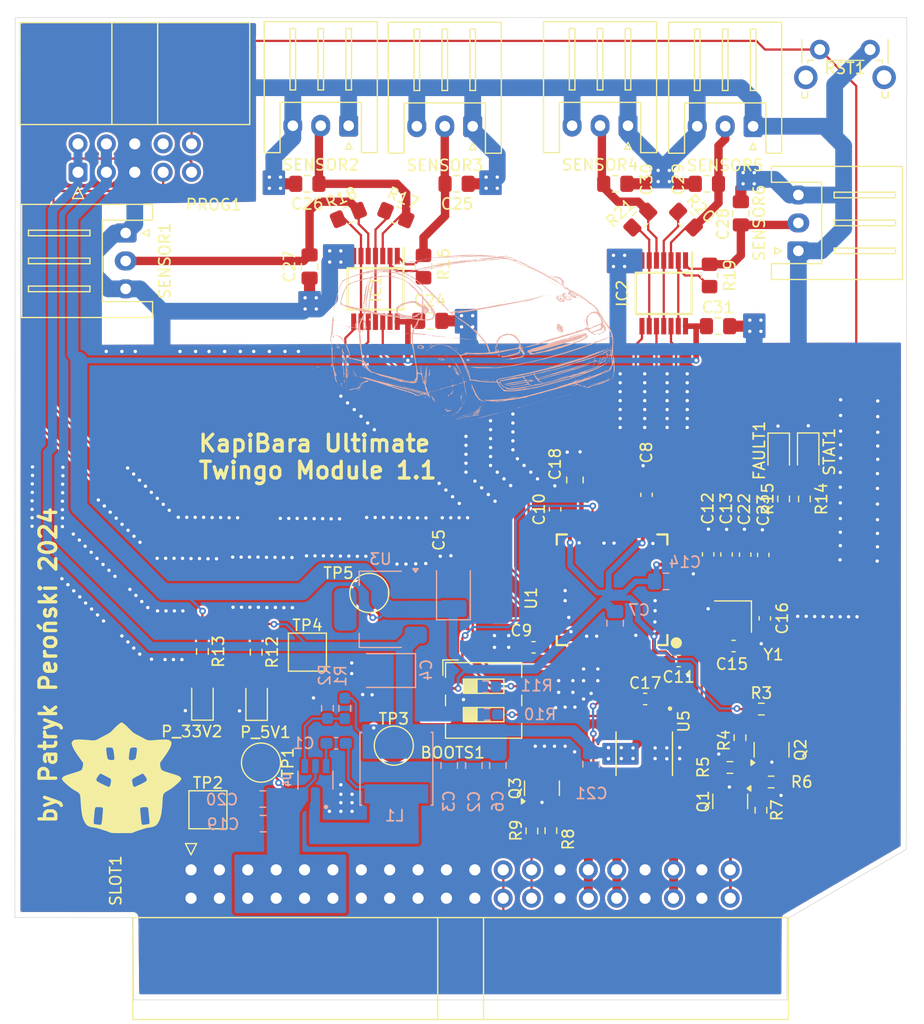
<source format=kicad_pcb>
(kicad_pcb (version 20240108) (generator "pcbnew") (generator_version "8.0")
  (layers (0 "F.Cu" signal) (31 "B.Cu" signal) (34 "B.Paste" user) (35 "F.Paste" user) (36 "B.SilkS" user "B.Silkscreen") (37 "F.SilkS" user "F.Silkscreen") (38 "B.Mask" user) (39 "F.Mask" user) (44 "Edge.Cuts" user))
  (net 0 "")
  (net 1 "CAN_H")
  (net 2 "+12V")
  (net 3 "RST")
  (net 4 "EN")
  (net 5 "GND")
  (net 6 "CAN_L")
  (net 7 "N_ERR")
  (net 10 "Net-(U1-VCAP)")
  (net 15 "Net-(U1-PH0)")
  (net 28 "Net-(Q1-G)")
  (net 34 "Net-(U1-PH1)")
  (net 36 "CAN_RX")
  (net 37 "CAN_TX")
  (net 38 "Net-(U4-SW)")
  (net 39 "Net-(U4-VBST)")
  (net 40 "+5V")
  (net 41 "+3.3V")
  (net 42 "Net-(U4-VFB)")
  (net 43 "SPLIT")
  (net 44 "/MCU/N_ERR_MOS")
  (net 45 "Net-(Q2-G)")
  (net 46 "N_RST")
  (net 47 "/MCU/SWIM")
  (net 48 "/MCU/SWDIO")
  (net 49 "/MCU/SWCLK")
  (net 50 "Net-(Q3-G)")
  (net 51 "/MCU/BOOT0")
  (net 52 "/MCU/BOOT1")
  (net 53 "/MCU/EN_PIN")
  (net 54 "SENSOR1")
  (net 55 "SENSOR2")
  (net 56 "SENSOR3")
  (net 57 "SENSOR4")
  (net 58 "SENSOR5")
  (net 59 "SENSOR6")
  (net 63 "Net-(P_5V1-A)")
  (net 64 "Net-(P_33V2-A)")
  (net 65 "Net-(FAULT1-A)")
  (net 66 "Net-(STAT1-A)")
  (net 67 "/MCU/STAT")
  (net 68 "/MCU/FAULT")
  (net 69 "/Oscillator/CH3_OUT")
  (net 70 "/Oscillator/CH1_OUT")
  (net 71 "/Oscillator/CH2_OUT")
  (net 72 "/Oscillator/CH5_OUT")
  (net 73 "/Oscillator/CH6_OUT")
  (net 74 "/Oscillator/CH4_OUT")
  (net 75 "CIN1")
  (net 76 "CIN2")
  (net 77 "CIN3")
  (net 78 "CIN4")
  (net 79 "CIN5")
  (net 80 "CIN6")
  (footprint "LED_SMD:LED_0805_2012Metric_Pad1.15x1.40mm_HandSolder" (layer "F.Cu") (at 98.61 99.53 90)
    (property "Reference" "P_33V2")
    (property "Value" "LED")
  )
  (footprint "Capacitor_SMD:C_0805_2012Metric_Pad1.18x1.45mm_HandSolder" (layer "F.Cu") (at 135.562499 53.399997)
    (property "Reference" "C30")
    (property "Value" "10p")
  )
  (footprint "Crystal:Crystal_SMD_2520-4Pin_2.5x2.0mm" (layer "F.Cu") (at 146.099999 92.125 180)
    (property "Reference" "Y1")
    (property "Value" "Crystal_GND24")
  )
  (footprint "Package_TO_SOT_SMD:SOT-23" (layer "F.Cu") (at 129 107.4875 90)
    (property "Reference" "Q3")
    (property "Value" "2N7002")
  )
  (footprint "Capacitor_SMD:C_0805_2012Metric_Pad1.18x1.45mm_HandSolder" (layer "F.Cu") (at 108.2 60.8 -90)
    (property "Reference" "C27")
    (property "Value" "10p")
  )
  (footprint "Capacitor_SMD:C_0603_1608Metric_Pad1.08x0.95mm_HandSolder" (layer "F.Cu") (at 141.2375 96.1)
    (property "Reference" "C11")
    (property "Value" "100n")
  )
  (footprint "Capacitor_SMD:C_0603_1608Metric_Pad1.08x0.95mm_HandSolder" (layer "F.Cu") (at 146.153032 94.758973)
    (property "Reference" "C15")
    (property "Value" "22p")
  )
  (footprint "Capacitor_SMD:C_0603_1608Metric_Pad1.08x0.95mm_HandSolder" (layer "F.Cu") (at 143.874998 86.55 90)
    (property "Reference" "C12")
    (property "Value" "100n")
  )
  (footprint "Resistor_SMD:R_0805_2012Metric_Pad1.20x1.40mm_HandSolder" (layer "F.Cu") (at 111.676121 56.182683 22.5)
    (property "Reference" "R18")
    (property "Value" "470k")
  )
  (footprint "LED_SMD:LED_0805_2012Metric_Pad1.15x1.40mm_HandSolder" (layer "F.Cu") (at 150.19 77.565001 -90)
    (property "Reference" "FAULT1")
    (property "Value" "LED")
  )
  (footprint "Resistor_SMD:R_0805_2012Metric_Pad1.20x1.40mm_HandSolder" (layer "F.Cu") (at 137.8 56.6 45)
    (property "Reference" "R21")
    (property "Value" "470k")
  )
  (footprint "Connector_JST:JST_XH_S3B-XH-A_1x03_P2.50mm_Horizontal" (layer "F.Cu") (at 91.740001 57.8 -90)
    (property "Reference" "SENSOR1")
    (property "Value" "Conn_01x03_Pin")
  )
  (footprint "Resistor_SMD:R_0603_1608Metric_Pad0.98x0.95mm_HandSolder" (layer "F.Cu") (at 148.6375 100.4)
    (property "Reference" "R3")
    (property "Value" "10k")
  )
  (footprint "TestPoint:TestPoint_Pad_D3.0mm" (layer "F.Cu") (at 115.74 103.675)
    (property "Reference" "TP3")
    (property "Value" "TestPoint")
  )
  (footprint "Button_Switch_THT:SW_Tactile_SPST_Angled_PTS645Vx39-2LFS" (layer "F.Cu") (at 153.865 41.385)
    (property "Reference" "RST1")
    (property "Value" "SW_Push")
  )
  (footprint "Connector_JST:JST_XH_S3B-XH-A_1x03_P2.50mm_Horizontal" (layer "F.Cu") (at 136.7 48.2 180)
    (property "Reference" "SENSOR4")
    (property "Value" "Conn_01x03_Pin")
  )
  (footprint "Connector_IDC:IDC-Header_2x20_P2.54mm_Horizontal" (layer "F.Cu") (at 97.59 114.785 90)
    (property "Reference" "SLOT1")
    (property "Value" "Conn_02x20_Counter_Clockwise" (hide yes))
  )
  (footprint "Capacitor_SMD:C_0805_2012Metric_Pad1.18x1.45mm_HandSolder" (layer "F.Cu") (at 146.799997 56.037501 90)
    (property "Reference" "C28")
    (property "Value" "10p")
  )
  (footprint "Graphics:miru_nuva" (layer "F.Cu") (at 91.4 106.54)
    (property "Reference" "G***" (hide yes))
    (property "Value" "LOGO" (hide yes))
  )
  (footprint "Capacitor_SMD:C_0805_2012Metric_Pad1.18x1.45mm_HandSolder" (layer "F.Cu") (at 144.7625 66.138)
    (property "Reference" "C31")
    (property "Value" "10u")
  )
  (footprint "Resistor_SMD:R_0603_1608Metric_Pad0.98x0.95mm_HandSolder" (layer "F.Cu") (at 129.8 111.275 90)
    (property "Reference" "R8")
    (property "Value" "47k")
  )
  (footprint "Capacitor_SMD:C_0805_2012Metric_Pad1.18x1.45mm_HandSolder" (layer "F.Cu") (at 143.762499 53.399997 180)
    (property "Reference" "C29")
    (property "Value" "10p")
  )
  (footprint "Resistor_SMD:R_0603_1608Metric_Pad0.98x0.95mm_HandSolder" (layer "F.Cu") (at 150.63 81.5925 90)
    (property "Reference" "R15")
    (property "Value" "1k")
  )
  (footprint "Resistor_SMD:R_0603_1608Metric_Pad0.98x0.95mm_HandSolder" (layer "F.Cu") (at 146.725 102.9625 90)
    (property "Reference" "R4")
    (property "Value" "1k")
  )
  (footprint "Resistor_SMD:R_0603_1608Metric_Pad0.98x0.95mm_HandSolder" (layer "F.Cu") (at 128.1 111.3 -90)
    (property "Reference" "R9")
    (property "Value" "1k")
  )
  (footprint "Resistor_SMD:R_0603_1608Metric_Pad0.98x0.95mm_HandSolder" (layer "F.Cu") (at 103.42 95.3075 -90)
    (property "Reference" "R12")
    (property "Value" "1k")
  )
  (footprint "TestPoint:TestPoint_Pad_3.0x3.0mm" (layer "F.Cu") (at 99.105 109.41)
    (property "Reference" "TP2")
    (property "Value" "TestPoint")
  )
  (footprint "Capacitor_SMD:C_0603_1608Metric_Pad1.08x0.95mm_HandSolder" (layer "F.Cu") (at 138.360001 81.2275 90)
    (property "Reference" "C8")
    (property "Value" "100n")
  )
  (footprint "Capacitor_SMD:C_0603_1608Metric_Pad1.08x0.95mm_HandSolder" (layer "F.Cu") (at 145.52 86.57 90)
    (property "Reference" "C13")
    (property "Value" "100n")
  )
  (footprint "Resistor_SMD:R_0805_2012Metric_Pad1.20x1.40mm_HandSolder" (layer "F.Cu") (at 118.4 60.8 90)
    (property "Reference" "R16")
    (property "Value" "470k")
  )
  (footprint "74AHC14PW_118:SOP65P640X110-14N" (layer "F.Cu") (at 139.9 63.2 -90)
    (property "Reference" "IC2")
    (property "Value" "74AHC14PW_118")
  )
  (footprint "Capacitor_SMD:C_0805_2012Metric_Pad1.18x1.45mm_HandSolder" (layer "F.Cu") (at 121.362499 53.399997)
    (property "Reference" "C25")
    (property "Value" "10p")
  )
  (footprint "Button_Switch_SMD:SW_DIP_SPSTx02_Slide_6.7x6.64mm_W8.61mm_P2.54mm_LowProfile" (layer "F.Cu") (at 123.78 99.625)
    (property "Reference" "BOOTS1")
    (property "Value" "SW_DIP_x02")
  )
  (footprint "TestPoint:TestPoint_Pad_D3.0mm" (layer "F.Cu") (at 113.55 90.01)
    (property "Reference" "TP5")
    (property "Value" "TestPoint")
  )
  (footprint "Capacitor_SMD:C_0603_1608Metric_Pad1.08x0.95mm_HandSolder" (layer "F.Cu") (at 138.2375 99.5)
    (property "Reference" "C17")
    (property "Value" "100n")
  )
  (footprint "Connector_JST:JST_XH_S3B-XH-A_1x03_P2.50mm_Horizontal" (layer "F.Cu") (at 122.8 48.250001 180)
    (property "Reference" "SENSOR3")
    (property "Value" "Conn_01x03_Pin")
  )
  (footprint "LED_SMD:LED_0805_2012Metric_Pad1.15x1.40mm_HandSolder" (layer "F.Cu") (at 103.46 99.5475 90)
    (property "Reference" "P_5V1")
    (property "Value" "LED")
  )
  (footprint "Connector_JST:JST_XH_S3B-XH-A_1x03_P2.50mm_Horizontal" (layer "F.Cu") (at 147.9 48.250001 180)
    (property "Reference" "SENSOR5")
    (property "Value" "Conn_01x03_Pin")
  )
  (footprint "LED_SMD:LED_0805_2012Metric_Pad1.15x1.40mm_HandSolder" (layer "F.Cu") (at 152.830001 77.552501 -90)
    (property "Reference" "STAT1")
    (property "Value" "LED")
  )
  (footprint "Capacitor_SMD:C_0805_2012Metric_Pad1.18x1.45mm_HandSolder" (layer "F.Cu") (at 131.95 79.9 90)
    (property "Reference" "C18")
    (property "Value" "4.7u")
  )
  (footprint "74AHC14PW_118:SOP65P640X110-14N" (layer "F.Cu") (at 114.1 62.8 -90)
    (property "Reference" "IC1")
    (property "Value" "74AHC14PW_118")
  )
  (footprint "Capacitor_SMD:C_0603_1608Metric_Pad1.08x0.95mm_HandSolder" (layer "F.Cu") (at 148.809999 86.6025 90)
    (property "Reference" "C23")
    (property "Value" "100n")
  )
  (footprint "Resistor_SMD:R_0603_1608Metric_Pad0.98x0.95mm_HandSolder" (layer "F.Cu") (at 98.61 95.2475 -90)
    (property "Reference" "R13")
    (property "Value" "1k")
  )
  (footprint "Resistor_SMD:R_0603_1608Metric_Pad0.98x0.95mm_HandSolder" (layer "F.Cu") (at 148.6 109.45 -90)
    (property "Reference" "R7")
    (property "Value" "1k")
  )
  (footprint "STM32F412RET6:LQFP-10X10-64" (layer "F.Cu") (at 135.275001 89.725 90)
    (property "Reference" "U1")
    (property "Value" "STM32F412RET6")
  )
  (footprint "Capacitor_SMD:C_0603_1608Metric_Pad1.08x0.95mm_HandSolder" (layer "F.Cu") (at 128.25 94.875 180)
    (property "Reference" "C9")
    (property "Value" "100n")
  )
  (footprint "Capacitor_SMD:C_0805_2012Metric_Pad1.18x1.45mm_HandSolder" (layer "F.Cu") (at 108 53.4 180)
    (property "Reference" "C26")
    (property "Value" "10p")
  )
  (footprint "Capacitor_SMD:C_0603_1608Metric_Pad1.08x0.95mm_HandSolder" (layer "F.Cu") (at 147.19 86.58 90)
    (property "Reference" "C22")
    (property "Value" "100n")
  )
  (footprint "TestPoint:TestPoint_Pad_3.0x3.0mm" (layer "F.Cu") (at 108.005 95.305)
    (property "Reference" "TP4")
    (property "Value" "TestPoint")
  )
  (footprint "Capacitor_SMD:C_0603_1608Metric_Pad1.08x0.95mm_HandSolder" (layer "F.Cu") (at 148.946103 92.284099 -90)
    (property "Reference" "C16")
    (property "Value" "22p")
  )
  (footprint "Resistor_SMD:R_0805_2012Metric_Pad1.20x1.40mm_HandSolder" (layer "F.Cu") (at 144 61.6 90)
    (property "Reference" "R19")
    (property "Value" "470k")
  )
  (footprint "Capacitor_SMD:C_0603_1608Metric_Pad1.08x0.95mm_HandSolder" (layer "F.Cu") (at 130.175 82.525 90)
    (property "Reference" "C10")
    (property "Value" "100n")
  )
  (footprint "Resistor_SMD:R_0603_1608Metric_Pad0.98x0.95mm_HandSolder" (layer "F.Cu") (at 145.825 105.625)
    (property "Reference" "R5")
    (property "Value" "47k")
  )
  (footprint "Package_TO_SOT_SMD:SOT-23" (layer "F.Cu") (at 149.55 104.0375 90)
    (property "Reference" "Q2")
    (property "Value" "2N7002")
  )
  (footprint "Connector_JST:JST_XH_S3B-XH-A_1x03_P2.50mm_Horizontal" (layer "F.Cu") (at 111.7 48.2 180)
    (property "Reference" "SENSOR2")
    (property "Value" "Conn_01x03_Pin")
  )
  (footprint "Resistor_SMD:R_0805_2012Metric_Pad1.20x1.40mm_HandSolder" (layer "F.Cu") (at 115.923879 56.2 -22.5)
    (property "Reference" "R17")
    (property "Value" "470k")
  )
  (footprint "Resistor_SMD:R_0603_1608Metric_Pad0.98x0.95mm_HandSolder" (layer "F.Cu") (at 152.49 81.5925 90)
    (property "Reference" "R14")
    (property "Value" "1k")
  )
  (footprint "SN65HVD1040D:SOIC127P599X175-8N" (layer "F.Cu") (at 138.155 104.395001 -90)
    (property "Reference" "U5")
    (property "Value" "SN65HVD1040D")
  )
  (footprint "Connector_IDC:IDC-Header_2x05_P2.54mm_Horizontal" (layer "F.Cu") (at 87.475 52.365 90)
    (property "Reference" "PROG1")
    (property "Value" "Conn_02x05_Counter_Clockwise" (hide yes))
  )
  (footprint "Resistor_SMD:R_0805_2012Metric_Pad1.20x1.40mm_HandSolder" (layer "F.Cu") (at 141.892894 56.6 -45)
    (property "Reference" "R20")
    (property "Value" "470k")
  )
  (footprint "Resistor_SMD:R_0603_1608Metric_Pad0.98x0.95mm_HandSolder" (layer "F.Cu") (at 149.5125 106.925 180)
    (property "Reference" "R6")
    (property "Value" "47k")
  )
  (footprint "TestPoint:TestPoint_Pad_D3.0mm" (layer "F.Cu") (at 103.855 105.19 -90)
    (property "Reference" "TP1")
    (property "Value" "TestPoint")
  )
  (footprint "Capacitor_SMD:C_0805_2012Metric_Pad1.18x1.45mm_HandSolder" (layer "F.Cu") (at 119 65.662)
    (property "Reference" "C24")
    (property "Value" "10u")
  )
  (footprint "Package_TO_SOT_SMD:SOT-23" (layer "F.Cu") (at 145.85 108.662499 -90)
    (property "Reference" "Q1")
    (property "Value" "2N7002")
  )
  (footprint "Connector_JST:JST_XH_S3B-XH-A_1x03_P2.50mm_Horizontal" (layer "F.Cu") (at 151.949998 59.399996 90)
    (property "Reference" "SENSOR6")
    (property "Value" "Conn_01x03_Pin")
  )
  (footprint "Capacitor_SMD:C_0805_2012Metric_Pad1.18x1.45mm_HandSolder" (layer "B.Cu") (at 104.0125 108.45 180)
    (property "Reference" "C20")
    (property "Value" "22u")
  )
  (footprint "Capacitor_SMD:C_0805_2012Metric_Pad1.18x1.45mm_HandSolder" (layer "B.Cu") (at 122.9 105.45 -90)
    (property "Reference" "C2")
    (property "Value" "22u")
  )
  (footprint "Capacitor_Tantalum_SMD:CP_EIA-3528-21_Kemet-B_Pad1.50x2.35mm_HandSolder" (layer "B.Cu") (at 121.075 89.775 90)
    (property "Reference" "C5")
    (property "Value" "10u")
  )
  (footprint "Graphics:twingo1" (layer "B.Cu") (at 121.88 68.28 180)
    (property "Reference" "G***" (hide yes))
    (property "Value" "LOGO" (hide yes))
  )
  (footprint "Capacitor_SMD:C_0805_2012Metric_Pad1.18x1.45mm_HandSolder" (layer "B.Cu") (at 133.4 105.3375 -90)
    (property "Reference" "C21")
    (property "Value" "10u")
  )
  (footprint "Capacitor_SMD:C_0805_2012Metric_Pad1.18x1.45mm_HandSolder" (layer "B.Cu") (at 140.1125 88.975)
    (property "Reference" "C14")
    (property "Value" "10u")
  )
  (footprint "Capacitor_SMD:C_0805_2012Metric_Pad1.18x1.45mm_HandSolder" (layer "B.Cu") (at 120.7 105.45 -90)
    (property "Reference" "C3")
    (property "Value" "22u")
  )
  (footprint "Capacitor_SMD:C_0805_2012Metric_Pad1.18x1.45mm_HandSolder" (layer "B.Cu") (at 104.0375 110.65 180)
    (property "Reference" "C19")
    (property "Value" "22u")
  )
  (footprint "Capacitor_SMD:C_0603_1608Metric_Pad1.08x0.95mm_HandSolder" (layer "B.Cu") (at 110.575 103.4625)
    (property "Reference" "C1")
    (property "Value" "100n")
  )
  (footprint "Resistor_SMD:R_0603_1608Metric_Pad0.98x0.95mm_HandSolder" (layer "B.Cu") (at 109.8 100.325001 90)
    (property "Reference" "R2")
    (property "Value" "10k")
  )
  (footprint "Resistor_SMD:R_0603_1608Metric_Pad0.98x0.95mm_HandSolder" (layer "B.Cu") (at 124.1125 100.875 180)
    (property "Reference" "R10")
    (property "Value" "10k")
  )
  (footprint "TPS563201DDCR:SOT95P280X110-6N" (layer "B.Cu") (at 108.724999 106.757501 90)
    (property "Reference" "U4")
    (property "Value" "TPS563201DDCR")
  )
  (footprint "Resistor_SMD:R_0603_1608Metric_Pad0.98x0.95mm_HandSolder" (layer "B.Cu") (at 111.35 100.3375 -90)
    (property "Reference" "R1")
    (property "Value" "54.9k")
  )
  (footprint "Inductor_SMD:L_Changjiang_FNR6045S" (layer "B.Cu") (at 115.975 105.7375 90)
    (property "Reference" "L1")
    (property "Value" "4.7u")
  )
  (footprint "Resistor_SMD:R_0603_1608Metric_Pad0.98x0.95mm_HandSolder" (layer "B.Cu") (at 123.9625 98.4 180)
    (property "Reference" "R11")
    (property "Value" "10k")
  )
  (footprint "Package_TO_SOT_SMD:SOT-223" (layer "B.Cu") (at 114.549999 91.475 180)
    (property "Reference" "U3")
    (property "Value" "LM1117MP-3.3")
  )
  (footprint "Capacitor_SMD:C_0805_2012Metric_Pad1.18x1.45mm_HandSolder" (layer "B.Cu") (at 125.05 105.45 -90)
    (property "Reference" "C6")
    (property "Value" "22u")
  )
  (footprint "Capacitor_Tantalum_SMD:CP_EIA-3528-21_Kemet-B_Pad1.50x2.35mm_HandSolder" (layer "B.Cu") (at 115.05 96.95 180)
    (property "Reference" "C4")
    (property "Value" "10u")
  )
  (footprint "Capacitor_SMD:C_0805_2012Metric_Pad1.18x1.45mm_HandSolder" (layer "B.Cu") (at 135.55 92.7125 -90)
    (property "Reference" "C7")
    (property "Value" "10u")
  )
  (gr_line (start 150.92 126.42) (end 150.95 119.165) (stroke (width 0.05)) (layer "Edge.Cuts"))
  (gr_line (start 92.46 126.42) (end 92.38 119.055) (stroke (width 0.05)) (layer "Edge.Cuts"))
  (gr_line (start 92.38 119.055) (end 81.825 119.05) (stroke (width 0.05)) (layer "Edge.Cuts"))
  (gr_line (start 81.825 119.05) (end 81.85 38.525) (stroke (width 0.05)) (layer "Edge.Cuts"))
  (gr_line (start 81.85 38.525) (end 161.65 38.525) (stroke (width 0.05)) (layer "Edge.Cuts"))
  (gr_line (start 150.95 119.165) (end 161.6 112.95) (stroke (width 0.05)) (layer "Edge.Cuts"))
  (gr_line (start 161.6 112.95) (end 161.65 38.525) (stroke (width 0.05)) (layer "Edge.Cuts"))
  (gr_line (start 150.92 126.42) (end 92.46 126.42) (stroke (width 0.05)) (layer "Edge.Cuts"))
  (gr_text "KapiBara Ultimate \nTwingo Module 1.1\n" (at 98.12 79.92 0) (layer "F.SilkS") (effects (font (size 1.5 1.5) (thickness 0.3) (bold yes)) (justify left bottom)))
  (gr_text "by Patryk Peroński 2024" (at 85.68 110.78 90) (layer "F.SilkS") (effects (font (size 1.5 1.5) (thickness 0.3) (bold yes)) (justify left bottom)))
  (segment (start 140.785 112.21) (end 140.785 115.225) (width 0.8) (layer "F.Cu") (net 1))
  (segment (start 138.789999 110.214999) (end 140.785 112.21) (width 0.8) (layer "F.Cu") (net 1))
  (segment (start 138.789999 106.865001) (end 138.789999 110.214999) (width 0.8) (layer "F.Cu") (net 1))
  (segment (start 140.785 117.765001) (end 140.785 115.225) (width 0.8) (layer "F.Cu") (net 1))
  (segment (start 105.425 106.76) (end 103.855 105.19) (width 0.2) (layer "F.Cu") (net 2))
  (segment (start 105.425 106.995) (end 105.425 106.76) (width 0.2) (layer "F.Cu") (net 2))
  (via (at 105.425 106.995) (size 0.6) (drill 0.3) (layers "F.Cu" "B.Cu") (net 2))
  (segment (start 108.724999 106.625001) (end 108.724999 105.502501) (width 0.2) (layer "B.Cu") (net 2))
  (segment (start 107.775 107.575) (end 108.724999 106.625001) (width 0.2) (layer "B.Cu") (net 2))
  (segment (start 105.45 106.995) (end 105.425 106.995) (width 0.2) (layer "B.Cu") (net 2))
  (segment (start 105.425 106.995) (end 105.425 106.97) (width 0.2) (layer "B.Cu") (net 2))
  (segment (start 106.135 107.68) (end 105.45 106.995) (width 0.2) (layer "B.Cu") (net 2))
  (segment (start 106.135 107.83) (end 106.135 107.68) (width 0.2) (layer "B.Cu") (net 2))
  (segment (start 107.775 108.0125) (end 107.775 107.575) (width 0.2) (layer "B.Cu") (net 2))
  (segment (start 105.425 106.97) (end 105.405 106.95) (width 0.2) (layer "B.Cu") (net 2))
  (segment (start 126.375 120.425) (end 146.925 120.425) (width 0.2) (layer "F.Cu") (net 3))
  (segment (start 125.545 119.595) (end 126.375 120.425) (width 0.2) (layer "F.Cu") (net 3))
  (segment (start 146.925 120.425) (end 148.6 118.75) (width 0.2) (layer "F.Cu") (net 3))
  (segment (start 125.545 117.765001) (end 125.545 115.225001) (width 0.2) (layer "F.Cu") (net 3))
  (segment (start 148.6 118.75) (end 148.6 109.8625) (width 0.2) (layer "F.Cu") (net 3))
  (segment (start 125.545 117.765001) (end 125.545 119.595) (width 0.2) (layer "F.Cu") (net 3))
  (segment (start 128.07 114.785) (end 128.07 112.2425) (width 0.2) (layer "F.Cu") (net 4))
  (segment (start 128.07 112.2425) (end 128.1 112.2125) (width 0.2) (layer "F.Cu") (net 4))
  (segment (start 128.07 117.325) (end 128.07 114.785) (width 0.2) (layer "F.Cu") (net 4))
  (segment (start 140.799994 53.399994) (end 140 52.6) (width 1) (layer "F.Cu") (net 5))
  (segment (start 145.8 66.138) (end 148.138 66.138) (width 1) (layer "F.Cu") (net 5))
  (segment (start 138.6 53.4) (end 139.2 52.8) (width 1) (layer "F.Cu") (net 5))
  (segment (start 136.6 53.4) (end 138.6 53.4) (width 1) (layer "F.Cu") (net 5))
  (segment (start 142.724998 53.399994) (end 140.799994 53.399994) (width 1) (layer "F.Cu") (net 5))
  (segment (start 122.4 53.4) (end 124.2 53.4) (width 1) (layer "F.Cu") (net 5))
  (segment (start 124.2 53.4) (end 124.4 53.2) (width 0.2) (layer "F.Cu") (net 5))
  (segment (start 106.962499 53.399998) (end 105.000002 53.399998) (width 1) (layer "F.Cu") (net 5))
  (segment (start 146.8 55) (end 146.8 53.8) (width 1) (layer "F.Cu") (net 5))
  (segment (start 146.8 53.8) (end 147.6 53) (width 1) (layer "F.Cu") (net 5))
  (segment (start 148.138 66.138) (end 148.2 66.2) (width 0.2) (layer "F.Cu") (net 5))
  (segment (start 108.199997 61.837501) (end 108.199997 64.199997) (width 1) (layer "F.Cu") (net 5))
  (segment (start 120.0375 65.662) (end 122.262 65.662) (width 1) (layer "F.Cu") (net 5))
  (via (at 147.6 65.6) (size 0.6) (drill 0.3) (layers "F.Cu" "B.Cu") (net 5))
  (via (at 126.025 94.875) (size 0.6) (drill 0.3) (layers "F.Cu" "B.Cu") (net 5))
  (via (at 116.34 83.275) (size 0.6) (drill 0.3) (layers "F.Cu" "B.Cu") (net 5))
  (via (at 107.09 83.34) (size 0.6) (drill 0.3) (layers "F.Cu" "B.Cu") (net 5))
  (via (at 111 108.025) (size 0.6) (drill 0.3) (layers "F.Cu" "B.Cu") (net 5))
  (via (at 140.175 104.85) (size 0.6) (drill 0.3) (layers "F.Cu" "B.Cu") (net 5))
  (via (at 137.4 93.8) (size 0.6) (drill 0.3) (layers "F.Cu" "B.Cu") (net 5))
  (via (at 147.6 66.6) (size 0.6) (drill 0.3) (layers "F.Cu" "B.Cu") (net 5))
  (via (at 143.875 91.425) (size 0.6) (drill 0.3) (layers "F.Cu" "B.Cu") (net 5))
  (via (at 140.2 71.2) (size 0.6) (drill 0.3) (layers "F.Cu" "B.Cu") (net 5))
  (via (at 131.075 100.225) (size 0.6) (drill 0.3) (layers "F.Cu" "B.Cu") (net 5))
  (via (at 132.725 97.86) (size 0.6) (drill 0.3) (layers "F.Cu" "B.Cu") (net 5))
  (via (at 110 59.4) (size 0.6) (drill 0.3) (layers "F.Cu" "B.Cu") (net 5))
  (via (at 91.939339 94.391056) (size 0.6) (drill 0.3) (layers "F.Cu" "B.Cu") (net 5))
  (via (at 91.401938 93.853653) (size 0.6) (drill 0.3) (layers "F.Cu" "B.Cu") (net 5))
  (via (at 101.35 91.29) (size 0.6) (drill 0.3) (layers "F.Cu" "B.Cu") (net 5))
  (via (at 100.24 83.26) (size 0.6) (drill 0.3) (layers "F.Cu" "B.Cu") (net 5))
  (via (at 105.6 52.8) (size 0.6) (drill 0.3) (layers "F.Cu" "B.Cu") (net 5))
  (via (at 89.222599 91.977599) (size 0.6) (drill 0.3) (layers "F.Cu" "B.Cu") (net 5))
  (via (at 138.2 71.2) (size 0.6) (drill 0.3) (layers "F.Cu" "B.Cu") (net 5))
  (via (at 159.055 74.23) (size 0.6) (drill 0.3) (layers "F.Cu" "B.Cu") (net 5))
  (via (at 126.025 93.825) (size 0.6) (drill 0.3) (layers "F.Cu" "B.Cu") (net 5))
  (via (at 148.73 84.36) (size 0.6) (drill 0.3) (layers "F.Cu" "B.Cu") (net 5))
  (via (at 83.400001 79.489999) (size 0.6) (drill 0.3) (layers "F.Cu" "B.Cu") (net 5))
  (via (at 95.32 86.91) (size 0.6) (drill 0.3) (layers "F.Cu" "B.Cu") (net 5))
  (via (at 155.705 83.35) (size 0.6) (drill 0.3) (layers "F.Cu" "B.Cu") (net 5))
  (via (at 159.055 75.63) (size 0.6) (drill 0.3) (layers "F.Cu" "B.Cu") (net 5))
  (via (at 86.100001 81.04) (size 0.6) (drill 0.3) (layers "F.Cu" "B.Cu") (net 5))
  (via (at 111 107.175) (size 0.6) (drill 0.3) (layers "F.Cu" "B.Cu") (net 5))
  (via (at 125 79.2) (size 0.6) (drill 0.3) (layers "F.Cu" "B.Cu") (net 5))
  (via (at 99.2 68.4) (size 0.6) (drill 0.3) (layers "F.Cu" "B.Cu") (net 5))
  (via (at 106.66 91.33) (size 0.6) (drill 0.3) (layers "F.Cu" "B.Cu") (net 5))
  (via (at 124.4 74.6) (size 0.6) (drill 0.3) (layers "F.Cu" "B.Cu") (net 5))
  (via (at 109.435 86.69) (size 0.6) (drill 0.3) (layers "F.Cu" "B.Cu") (net 5))
  (via (at 142 72) (size 0.6) (drill 0.3) (layers "F.Cu" "B.Cu") (net 5))
  (via (at 136 72.8) (size 0.6) (drill 0.3) (layers "F.Cu" "B.Cu") (net 5))
  (via (at 105.58 83.34) (size 0.6) (drill 0.3) (layers "F.Cu" "B.Cu") (net 5))
  (via (at 101.76 83.28) (size 0.6) (drill 0.3) (layers "F.Cu" "B.Cu") (net 5))
  (via (at 159.055 72.83) (size 0.6) (drill 0.3) (layers "F.Cu" "B.Cu") (net 5))
  (via (at 131.95 100.225) (size 0.6) (drill 0.3) (layers "F.Cu" "B.Cu") (net 5))
  (via (at 128 79.2) (size 0.6) (drill 0.3) (layers "F.Cu" "B.Cu") (net 5))
  (via (at 119.8 80.2) (size 0.6) (drill 0.3) (layers "F.Cu" "B.Cu") (net 5))
  (via (at 97.59 86.93) (size 0.6) (drill 0.3) (layers "F.Cu" "B.Cu") (net 5))
  (via (at 124.4 77.8) (size 0.6) (drill 0.3) (layers "F.Cu" "B.Cu") (net 5))
  (via (at 96.86 91.615) (size 0.6) (drill 0.3) (layers "F.Cu" "B.Cu") (net 5))
  (via (at 155.73 72.725) (size 0.6) (drill 0.3) (layers "F.Cu" "B.Cu") (net 5))
  (via (at 87.63161 90.358325) (size 0.6) (drill 0.3) (layers "F.Cu" "B.Cu") (net 5))
  (via (at 88.115661 85.828944) (size 0.6) (drill 0.3) (layers "F.Cu" "B.Cu") (net 5))
  (via (at 132.725 99.5) (size 0.6) (drill 0.3) (layers "F.Cu" "B.Cu") (net 5))
  (via (at 112 108.025) (size 0.6) (drill 0.3) (layers "F.Cu" "B.Cu") (net 5))
  (via (at 124.75 94.875) (size 0.6) (drill 0.3) (layers "F.Cu" "B.Cu") (net 5))
  (via (at 159.03 84.68) (size 0.6) (drill 0.3) (layers "F.Cu" "B.Cu") (net 5))
  (via (at 120.4 80.8) (size 0.6) (drill 0.3) (layers "F.Cu" "B.Cu") (net 5))
  (via (at 94.055 95.94) (size 0.6) (drill 0.3) (layers "F.Cu" "B.Cu") (net 5))
  (via (at 134 96.81) (size 0.6) (drill 0.3) (layers "F.Cu" "B.Cu") (net 5))
  (via (at 134.55 85.55) (size 0.6) (drill 0.3) (layers "F.Cu" "B.Cu") (net 5))
  (via (at 86.570949 89.269379) (size 0.6) (drill 0.3) (layers "F.Cu" "B.Cu") (net 5))
  (via (at 136 74.4) (size 0.6) (drill 0.3) (layers "F.Cu" "B.Cu") (net 5))
  (via (at 98 68.4) (size 0.6) (drill 0.3) (layers "F.Cu" "B.Cu") (net 5))
  (via (at 104.6 52.8) (size 0.6) (drill 0.3) (layers "F.Cu" "B.Cu") (net 5))
  (via (at 140.2 72.8) (size 0.6) (drill 0.3) (layers "F.Cu" "B.Cu") (net 5))
  (via (at 88.154868 90.909868) (size 0.6) (drill 0.3) (layers "F.Cu" "B.Cu") (net 5))
  (via (at 90 68.4) (size 0.6) (drill 0.3) (layers "F.Cu" "B.Cu") (net 5))
  (via (at 115.58 83.255) (size 0.6) (drill 0.3) (layers "F.Cu" "B.Cu") (net 5))
  (via (at 121.6 82) (size 0.6) (drill 0.3) (layers "F.Cu" "B.Cu") (net 5))
  (via (at 92.6 68.4) (size 0.6) (drill 0.3) (layers "F.Cu" "B.Cu") (net 5))
  (via (at 122.8 65.2) (size 0.6) (drill 0.3) (layers "F.Cu" "B.Cu") (net 5))
  (via (at 121 81.4) (size 0.6) (drill 0.3) (layers "F.Cu" "B.Cu") (net 5))
  (via (at 142.55 88.3) (size 0.6) (drill 0.3) (layers "F.Cu" "B.Cu") (net 5))
  (via (at 140.175 103.874998) (size 0.6) (drill 0.3) (layers "F.Cu" "B.Cu") (net 5))
  (via (at 121.8 65.2) (size 0.6) (drill 0.3) (layers "F.Cu" "B.Cu") (net 5))
  (via (at 111 108.775) (size 0.6) (drill 0.3) (layers "F.Cu" "B.Cu") (net 5))
  (via (at 156.44 92.14) (size 0.6) (drill 0.3) (layers "F.Cu" "B.Cu") (net 5))
  (via (at 140.2 70.4) (size 0.6) (drill 0.3) (layers "F.Cu" "B.Cu") (net 5))
  (via (at 97.96 83.24) (size 0.6) (drill 0.3) (layers "F.Cu" "B.Cu") (net 5))
  (via (at 95.104051 82.07562) (size 0.6) (drill 0.3) (layers "F.Cu" "B.Cu") (net 5))
  (via (at 124.2 81.2) (size 0.6) (drill 0.3) (layers "F.Cu" "B.Cu") (net 5))
  (via (at 114.82 83.255) (size 0.6) (drill 0.3) (layers "F.Cu" "B.Cu") (net 5))
  (via (at 155.705 81.95) (size 0.6) (drill 0.3) (layers "F.Cu" "B.Cu") (net 5))
  (via (at 121.8 66.2) (size 0.6) (drill 0.3) (layers "F.Cu" "B.Cu") (net 5))
  (via (at 97.08 100.54) (size 0.6) (drill 0.3) (layers "F.Cu" "B.Cu") (net 5))
  (via (at 101 83.28) (size 0.6) (drill 0.3) (layers "F.Cu" "B.Cu") (net 5))
  (via (at 94.590001 91.615) (size 0.6) (drill 0.3) (layers "F.Cu" "B.Cu") (net 5))
  (via (at 90.355659 82.778945) (size 0.6) (drill 0.3) (layers "F.Cu" "B.Cu") (net 5))
  (via (at 107.2 68.4) (size 0.6) (drill 0.3) (layers "F.Cu" "B.Cu") (net 5))
  (via (at 138.2 75.2) (size 0.6) (drill 0.3) (layers "F.Cu" "B.Cu") (net 5))
  (via (at 99.11 86.95) (size 0.6) (drill 0.3) (layers "F.Cu" "B.Cu") (net 5))
  (via (at 110.955 86.71) (size 0.6) (drill 0.3) (layers "F.Cu" "B.Cu") (net 5))
  (via (at 126.2 80.4) (size 0.6) (drill 0.3) (layers "F.Cu" "B.Cu") (net 5))
  (via (at 122.2 76) (size 0.6) (drill 0.3) (layers "F.Cu" "B.Cu") (net 5))
  (via (at 133 93.875) (size 0.6) (drill 0.3) (layers "F.Cu" "B.Cu") (net 5))
  (via (at 117.7 87.4) (size 0.6) (drill 0.3) (layers "F.Cu" "B.Cu") (net 5))
  (via (at 159.055 78.055) (size 0.6) (drill 0.3) (layers "F.Cu" "B.Cu") (net 5))
  (via (at 92.462599 94.9426) (size 0.6) (drill 0.3) (layers "F.Cu" "B.Cu") (net 5))
  (via (at 94.03632 81.007889) (size 0.6) (drill 0.3) (layers "F.Cu" "B.Cu") (net 5))
  (via (at 131.075001 89.799999) (size 0.6) (drill 0.3) (layers "F.Cu" "B.Cu") (net 5))
  (via (at 111 109.55) (size 0.6) (drill 0.3) (layers "F.Cu" "B.Cu") (net 5))
  (via (at 100.6 68.4) (size 0.6) (drill 0.3) (layers "F.Cu" "B.Cu") (net 5))
  (via (at 155.689999 92.14) (size 0.6) (drill 0.3) (layers "F.Cu" "B.Cu") (net 5))
  (via (at 142.075 97.4) (size 0.6) (drill 0.3) (layers "F.Cu" "B.Cu") (net 5))
  (via (at 83.400001 78.73) (size 0.6) (drill 0.3) (layers "F.Cu" "B.Cu") (net 5))
  (via (at 83.36 84.04) (size 0.6) (drill 0.3) (layers "F.Cu" "B.Cu") (net 5))
  (via (at 148.6 66.6) (size 0.6) (drill 0.3) (layers "F.Cu" "B.Cu") (net 5))
  (via (at 131.4 92.2) (size 0.6) (drill 0.3) (layers "F.Cu" "B.Cu") (net 5))
  (via (at 86.12 79.519999) (size 0.6) (drill 0.3) (layers "F.Cu" "B.Cu") (net 5))
  (via (at 104.6 53.8) (size 0.6) (drill 0.3) (layers "F.Cu" "B.Cu") (net 5))
  (via (at 139.11 92.6) (size 0.6) (drill 0.3) (layers "F.Cu" "B.Cu") (net 5))
  (via (at 88.653062 86.366346) (size 0.6) (drill 0.3) (layers "F.Cu" "B.Cu") (net 5))
  (via (at 128.6 79.8) (size 0.6) (drill 0.3) (layers "F.Cu" "B.Cu") (net 5))
  (via (at 122.2 78.4) (size 0.6) (drill 0.3) (layers "F.Cu" "B.Cu") (net 5))
  (via (at 90.244051 87.98562) (size 0.6) (drill 0.3) (layers "F.Cu" "B.Cu") (net 5))
  (via (at 152.649999 92.1) (size 0.6) (drill 0.3) (layers "F.Cu" "B.Cu") (net 5))
  (via (at 152.84 75.05) (size 0.6) (drill 0.3) (layers "F.Cu" "B.Cu") (net 5))
  (via (at 113.235 86.73) (size 0.6) (drill 0.3) (layers "F.Cu" "B.Cu") (net 5))
  (via (at 96.83 86.91) (size 0.6) (drill 0.3) (layers "F.Cu" "B.Cu") (net 5))
  (via (at 117.86 83.295) (size 0.6) (drill 0.3) (layers "F.Cu" "B.Cu") (net 5))
  (via (at 133.9 93.875) (size 0.6) (drill 0.3) (layers "F.Cu" "B.Cu") (net 5))
  (via (at 99.48 83.26) (size 0.6) (drill 0.3) (layers "F.Cu" "B.Cu") (net 5))
  (via (at 111.6 73) (size 0.6) (drill 0.3) (layers "F.Cu" "B.Cu") (net 5))
  (via (at 93 95.48) (size 0.6) (drill 0.3) (layers "F.Cu" "B.Cu") (net 5))
  (via (at 112.475 86.73) (size 0.6) (drill 0.3) (layers "F.Cu" "B.Cu") (net 5))
  (via (at 138.2 74.4) (size 0.6) (drill 0.3) (layers "F.Cu" "B.Cu") (net 5))
  (via (at 139.124999 104.824999) (size 0.6) (drill 0.3) (layers "F.Cu" "B.Cu") (net 5))
  (via (at 112.2 73.6) (size 0.6) (drill 0.3) (layers "F.Cu" "B.Cu") (net 5))
  (via (at 111.975 96.275) (size 0.6) (drill 0.3) (layers "F.Cu" "B.Cu") (net 5))
  (via (at 96.45 83.24) (size 0.6) (drill 0.3) (layers "F.Cu" "B.Cu") (net 5))
  (via (at 89.295 81.69) (size 0.6) (drill 0.3) (layers "F.Cu" "B.Cu") (net 5))
  (via (at 157.199999 92.140001) (size 0.6) (drill 0.3) (layers "F.Cu" "B.Cu") (net 5))
  (via (at 132.325 85.525) (size 0.6) (drill 0.3) (layers "F.Cu" "B.Cu") (net 5))
  (via (at 103.62 91.29) (size 0.6) (drill 0.3) (layers "F.Cu" "B.Cu") (net 5))
  (via (at 110.13 83.38) (size 0.6) (drill 0.3) (layers "F.Cu" "B.Cu") (net 5))
  (via (at 110 60.4) (size 0.6) (drill 0.3) (layers "F.Cu" "B.Cu") (net 5))
  (via (at 116.825 87.425) (size 0.6) (drill 0.3) (layers "F.Cu" "B.Cu") (net 5))
  (via (at 92.65674 90.228456) (size 0.6) (drill 0.3) (layers "F.Cu" "B.Cu") (net 5))
  (via (at 126.8 78) (size 0.6) (drill 0.3) (layers "F.Cu" "B.Cu") (net 5))
  (via (at 102.86 91.29) (size 0.6) (drill 0.3) (layers "F.Cu" "B.Cu") (net 5))
  (via (at 91.4 68.4) (size 0.6) (drill 0.3) (layers "F.Cu" "B.Cu") (net 5))
  (via (at 94.573722 81.54529) (size 0.6) (drill 0.3) (layers "F.Cu" "B.Cu") (net 5))
  (via (at 91.41632 83.867889) (size 0.6) (drill 0.3) (layers "F.Cu" "B.Cu") (net 5))
  (via (at 131.77 98.905) (size 0.6) (drill 0.3) (layers "F.Cu" "B.Cu") (net 5))
  (via (at 124.75 93.825) (size 0.6) (drill 0.3) (layers "F.Cu" "B.Cu") (net 5))
  (via (at 124.4 75.4) (size 0.6) (drill 0.3) (layers "F.Cu" "B.Cu") (net 5))
  (via (at 155.73 76.75) (size 0.6) (drill 0.3) (layers "F.Cu" "B.Cu") (net 5))
  (via (at 128.4 103.725) (size 0.6) (drill 0.3) (layers "F.Cu" "B.Cu") (net 5))
  (via (at 86.08 81.8) (size 0.6) (drill 0.3) (layers "F.Cu" "B.Cu") (net 5))
  (via (at 121.585 83.28) (size 0.6) (drill 0.3) (layers "F.Cu" "B.Cu") (net 5))
  (via (at 131.075 103.725) (size 0.6) (drill 0.3) (layers "F.Cu" "B.Cu") (net 5))
  (via (at 95.641452 82.613022) (size 0.6) (drill 0.3) (layers "F.Cu" "B.Cu") (net 5))
  (via (at 107.8 63.6) (size 0.6) (drill 0.3) (layers "F.Cu" "B.Cu") (net 5))
  (via (at 138.2 72.8) (size 0.6) (drill 0.3) (layers "F.Cu" "B.Cu") (net 5))
  (via (at 96.015 95.97) (size 0.6) (drill 0.3) (layers "F.Cu" "B.Cu") (net 5))
  (via (at 93.021452 85.473022) (size 0.6) (drill 0.3) (layers "F.Cu" "B.Cu") (net 5))
  (via (at 113.8 99.125) (size 0.6) (drill 0.3) (layers "F.Cu" "B.Cu") (net 5))
  (via (at 87.094209 89.820923) (size 0.6) (drill 0.3) (layers "F.Cu" "B.Cu") (net 5))
  (via (at 140.2 74.4) (size 0.6) (drill 0.3) (layers "F.Cu" "B.Cu") (net 5))
  (via (at 108.8 64.6) (size 0.6) (drill 0.3) (layers "F.Cu" "B.Cu") (net 5))
  (via (at 108.55 99.4) (size 0.6) (drill 0.3) (layers "F.Cu" "B.Cu") (net 5))
  (via (at 129.225 103.725) (size 0.6) (drill 0.3) (layers "F.Cu" "B.Cu") (net 5))
  (via (at 83.360001 82.53) (size 0.6) (drill 0.3) (layers "F.Cu" "B.Cu") (net 5))
  (via (at 120.85 86.675) (size 0.6) (drill 0.3) (layers "F.Cu" "B.Cu") (net 5))
  (via (at 124.4 78.6) (size 0.6) (drill 0.3) (layers "F.Cu" "B.Cu") (net 5))
  (via (at 110.89 83.38) (size 0.6) (drill 0.3) (layers "F.Cu" "B.Cu") (net 5))
  (via (at 111 60.4) (size 0.6) (drill 0.3) (layers "F.Cu" "B.Cu") (net 5))
  (via (at 154.170001 92.12) (size 0.6) (drill 0.3) (layers "F.Cu" "B.Cu") (net 5))
  (via (at 96.07 86.91) (size 0.6) (drill 0.3) (layers "F.Cu" "B.Cu") (net 5))
  (via (at 147.12 84.31) (size 0.6) (drill 0.3) (layers "F.Cu" "B.Cu") (net 5))
  (via (at 130.495 98.905) (size 0.6) (drill 0.3) (layers "F.Cu" "B.Cu") (net 5))
  (via (at 92.119339 89.691053) (size 0.6) (drill 0.3) (layers "F.Cu" "B.Cu") (net 5))
  (via (at 87.592401 85.2774) (size 0.6) (drill 0.3) (layers "F.Cu" "B.Cu") (net 5))
  (via (at 86.099999 80.28) (size 0.6) (drill 0.3) (layers "F.Cu" "B.Cu") (net 5))
  (via (at 149.575 105.15) (size 0.6) (drill 0.3) (layers "F.Cu" "B.Cu") (net 5))
  (via (at 110.195 86.69) (size 0.6) (drill 0.3) (layers "F.Cu" "B.Cu") (net 5))
  (via (at 109.975 109.55) (size 0.6) (drill 0.3) (layers "F.Cu" "B.Cu") (net 5))
  (via (at 130.495 97.855) (size 0.6) (drill 0.3) (layers "F.Cu" "B.Cu") (net 5))
  (via (at 124.8 81.8) (size 0.6) (drill 0.3) (layers "F.Cu" "B.Cu") (net 5))
  (via (at 138.2 73.6) (size 0.6) (drill 0.3) (layers "F.Cu" "B.Cu") (net 5))
  (via (at 93.717401 91.3174) (size 0.6) (drill 0.3) (layers "F.Cu" "B.Cu") (net 5))
  (via (at 89.832401 82.227401) (size 0.6) (drill 0.3) (layers "F.Cu" "B.Cu") (net 5))
  (via (at 112 108.775) (size 0.6) (drill 0.3) (layers "F.Cu" "B.Cu") (net 5))
  (via (at 106.625 86.84) (size 0.6) (drill 0.3) (layers "F.Cu" "B.Cu") (net 5))
  (via (at 103.585 86.8) (size 0.6) (drill 0.3) (layers "F.Cu" "B.Cu") (net 5))
  (via (at 111.975 97.225) (size 0.6) (drill 0.3) (layers "F.Cu" "B.Cu") (net 5))
  (via (at 127.4 78.6) (size 0.6) (drill 0.3) (layers "F.Cu" "B.Cu") (net 5))
  (via (at 133.4 99) (size 0.6) (drill 0.3) (layers "F.Cu" "B.Cu") (net 5))
  (via (at 138.05 78.62) (size 0.6) (drill 0.3) (layers "F.Cu" "B.Cu") (net 5))
  (via (at 138.2 72) (size 0.6) (drill 0.3) (layers "F.Cu" "B.Cu") (net 5))
  (via (at 124.4 77) (size 0.6) (drill 0.3) (layers "F.Cu" "B.Cu") (net 5))
  (via (at 119.9 86.725) (size 0.6) (drill 0.3) (layers "F.Cu" "B.Cu") (net 5))
  (via (at 142 74.4) (size 0.6) (drill 0.3) (layers "F.Cu" "B.Cu") (net 5))
  (via (at 155.73 77.95) (size 0.6) (drill 0.3) (layers "F.Cu" "B.Cu") (net 5))
  (via (at 93.18 90.78) (size 0.6) (drill 0.3) (layers "F.Cu" "B.Cu") (net 5))
  (via (at 117.1 83.275) (size 0.6) (drill 0.3) (layers "F.Cu" "B.Cu") (net 5))
  (via (at 105.6 53.8) (size 0.6) (drill 0.3) (layers "F.Cu" "B.Cu") (net 5))
  (via (at 90.893063 83.316345) (size 0.6) (drill 0.3) (layers "F.Cu" "B.Cu") (net 5))
  (via (at 138.93 85.58) (size 0.6) (drill 0.3) (layers "F.Cu" "B.Cu") (net 5))
  (via (at 142 71.2) (size 0.6) (drill 0.3) (layers "F.Cu" "B.Cu") (net 5))
  (via (at 106 68.4) (size 0.6) (drill 0.3) (layers "F.Cu" "B.Cu") (net 5))
  (via (at 140.4 52.2) (size 0.6) (drill 0.3) (layers "F.Cu" "B.Cu") (net 5))
  (via (at 125.6 79.8) (size 0.6) (drill 0.3) (layers "F.Cu" "B.Cu") (net 5))
  (via (at 91.953722 84.40529) (size 0.6) (drill 0.3) (layers "F.Cu" "B.Cu") (net 5))
  (via (at 136 70.4) (size 0.6) (drill 0.3) (layers "F.Cu" "B.Cu") (net 5))
  (via (at 106.34 83.34) (size 0.6) (drill 0.3) (layers "F.Cu" "B.Cu") (net 5))
  (via (at 122.345 83.28) (size 0.6) (drill 0.3) (layers "F.Cu" "B.Cu") (net 5))
  (via (at 155.705 85.775) (size 0.6) (drill 0.3) (layers "F.Cu" "B.Cu") (net 5))
  (via (at 141.325 104.85) (size 0.6) (drill 0.3) (layers "F.Cu" "B.Cu") (net 5))
  (via (at 107.85 83.34) (size 0.6) (drill 0.3) (layers "F.Cu" "B.Cu") (net 5))
  (via (at 86.079999 84.07) (size 0.6) (drill 0.3) (layers "F.Cu" "B.Cu") (net 5))
  (via (at 144.825 104.425) (size 0.6) (drill 0.3) (layers "F.Cu" "B.Cu") (net 5))
  (via (at 131.925 104.225) (size 0.6) (drill 0.3) (layers "F.Cu" "B.Cu") (net 5))
  (via (at 151.89 92.1) (size 0.6) (drill 0.3) (layers "F.Cu" "B.Cu") (net 5))
  (via (at 138.2 70.4) (size 0.6) (drill 0.3) (layers "F.Cu" "B.Cu") (net 5))
  (via (at 135.4 59.8) (size 0.6) (drill 0.3) (layers "F.Cu" "B.Cu") (net 5))
  (via (at 131.26 77.41) (size 0.6) (drill 0.3) (layers "F.Cu" "B.Cu") (net 5))
  (via (at 96.774999 95.97) (size 0.6) (drill 0.3) (layers "F.Cu" "B.Cu") (net 5))
  (via (at 159.03 82.055) (size 0.6) (drill 0.3) (layers "F.Cu" "B.Cu") (net 5))
  (via (at 107.925 86.69) (size 0.6) (drill 0.3) (layers "F.Cu" "B.Cu") (net 5))
  (via (at 112.95 99.1) (size 0.6) (drill 0.3) (layers "F.Cu" "B.Cu") (net 5))
  (via (at 114 75.4) (size 0.6) (drill 0.3) (layers "F.Cu" "B.Cu") (net 5))
  (via (at 159.03 79.33) (size 0.6) (drill 0.3) (layers "F.Cu" "B.Cu") (net 5))
  (via (at 136 71.2) (size 0.6) (drill 0.3) (layers "F.Cu" "B.Cu") (net 5))
  (via (at 132.41 77.38) (size 0.6) (drill 0.3) (layers "F.Cu" "B.Cu") (net 5))
  (via (at 139.124999 91.600001) (size 0.6) (drill 0.3) (layers "F.Cu" "B.Cu") (net 5))
  (via (at 105.105 86.82) (size 0.6) (drill 0.3) (layers "F.Cu" "B.Cu") (net 5))
  (via (at 102.075 86.8) (size 0.6) (drill 0.3) (layers "F.Cu" "B.Cu") (net 5))
  (via (at 113.31 83.255) (size 0.6) (drill 0.3) (layers "F.Cu" "B.Cu") (net 5))
  (via (at 134 97.86) (size 0.6) (drill 0.3) (layers "F.Cu" "B.Cu") (net 5))
  (via (at 136.4 59.8) (size 0.6) (drill 0.3) (layers "F.Cu" "B.Cu") (net 5))
  (via (at 96.6 68.4) (size 0.6) (drill 0.3) (layers "F.Cu" "B.Cu") (net 5))
  (via (at 124.4 76.2) (size 0.6) (drill 0.3) (layers "F.Cu" "B.Cu") (net 5))
  (via (at 112 109.55) (size 0.6) (drill 0.3) (layers "F.Cu" "B.Cu") (net 5))
  (via (at 120.075 83.28) (size 0.6) (drill 0.3) (layers "F.Cu" "B.Cu") (net 5))
  (via (at 129 108.75) (size 0.6) (drill 0.3) (layers "F.Cu" "B.Cu") (net 5))
  (via (at 140.2 73.6) (size 0.6) (drill 0.3) (layers "F.Cu" "B.Cu") (net 5))
  (via (at 155.73 74.125) (size 0.6) (drill 0.3) (layers "F.Cu" "B.Cu") (net 5))
  (via (at 123 80) (size 0.6) (drill 0.3) (layers "F.Cu" "B.Cu") (net 5))
  (via (at 155.68 87.05) (size 0.6) (drill 0.3) (layers "F.Cu" "B.Cu") (net 5))
  (via (at 140.2 72) (size 0.6) (drill 0.3) (layers "F.Cu" "B.Cu") (net 5))
  (via (at 130.125 103.725) (size 0.6) (drill 0.3) (layers "F.Cu" "B.Cu") (net 5))
  (via (at 142 70.4) (size 0.6) (drill 0.3) (layers "F.Cu" "B.Cu") (net 5))
  (via (at 143.9 84.3) (size 0.6) (drill 0.3) (layers "F.Cu" "B.Cu") (net 5))
  (via (at 148.625 94.55) (size 0.6) (drill 0.3) (layers "F.Cu" "B.Cu") (net 5))
  (via (at 92.975659 79.918945) (size 0.6) (drill 0.3) (layers "F.Cu" "B.Cu") (net 5))
  (via (at 91.915 78.83) (size 0.6) (drill 0.3) (layers "F.Cu" "B.Cu") (net 5))
  (via (at 123.6 80.6) (size 0.6) (drill 0.3) (layers "F.Cu" "B.Cu") (net 5))
  (via (at 142 75.2) (size 0.6) (drill 0.3) (layers "F.Cu" "B.Cu") (net 5))
  (via (at 159.005 87.155) (size 0.6) (drill 0.3) (layers "F.Cu" "B.Cu") (net 5))
  (via (at 86.12 78.76) (size 0.6) (drill 0.3) (layers "F.Cu" "B.Cu") (net 5))
  (via (at 94.56 86.91) (size 0.6) (drill 0.3) (layers "F.Cu" "B.Cu") (net 5))
  (via (at 98.35 86.93) (size 0.6) (drill 0.3) (layers "F.Cu" "B.Cu") (net 5))
  (via (at 145.775 107.375) (size 0.6) (drill 0.3) (layers "F.Cu" "B.Cu") (net 5))
  (via (at 136 72) (size 0.6) (drill 0.3) (layers "F.Cu" "B.Cu") (net 5))
  (via (at 124 53.8) (size 0.6) (drill 0.3) (layers "F.Cu" "B.Cu") (net 5))
  (via (at 153.409999 92.120001) (size 0.6) (drill 0.3) (layers "F.Cu" "B.Cu") (net 5))
  (via (at 87.055 84.74) (size 0.6) (drill 0.3) (layers "F.Cu" "B.Cu") (net 5))
  (via (at 108.8 63.6) (size 0.6) (drill 0.3) (layers "F.Cu" "B.Cu") (net 5))
  (via (at 118.6 87.375) (size 0.6) (drill 0.3) (layers "F.Cu" "B.Cu") (net 5))
  (via (at 126.4 77.2) (size 0.6) (drill 0.3) (layers "F.Cu" "B.Cu") (net 5))
  (via (at 130.225 100.275) (size 0.6) (drill 0.3) (layers "F.Cu" "B.Cu") (net 5))
  (via (at 145.53 84.32) (size 0.6) (drill 0.3) (layers "F.Cu" "B.Cu") (net 5))
  (via (at 96.100001 91.615) (size 0.6) (drill 0.3) (layers "F.Cu" "B.Cu") (net 5))
  (via (at 141.325 103.85) (size 0.6) (drill 0.3) (layers "F.Cu" "B.Cu") (net 5))
  (via (at 135.4 60.8) (size 0.6) (drill 0.3) (layers "F.Cu" "B.Cu") (net 5))
  (via (at 103.2 68.4) (size 0.6) (drill 0.3) (layers "F.Cu" "B.Cu") (net 5))
  (via (at 147 53.4) (size 0.6) (drill 0.3) (layers "F.Cu" "B.Cu") (net 5))
  (via (at 135.45 85.55) (size 0.6) (drill 0.3) (layers "F.Cu" "B.Cu") (net 5))
  (via (at 95.350001 91.615) (size 0.6) (drill 0.3) (layers "F.Cu" "B.Cu") (net 5))
  (via (at 131.77 97.855) (size 0.6) (drill 0.3) (layers "F.Cu" "B.Cu") (net 5))
  (via (at 150.13 75.08) (size 0.6) (drill 0.3) (layers "F.Cu" "B.Cu") (net 5))
  (via (at 139.4 53.2) (size 0.6) (drill 0.3) (layers "F.Cu" "B.Cu") (net 5))
  (via (at 155.705 79.225) (size 0.6) (drill 0.3) (layers "F.Cu" "B.Cu") (net 5))
  (via (at 102.11 91.29) (size 0.6) (drill 0.3) (layers "F.Cu" "B.Cu") (net 5))
  (via (at 89.713721 87.455291) (size 0.6) (drill 0.3) (layers "F.Cu" "B.Cu") (net 5))
  (via (at 159.03 83.455) (size 0.6) (drill 0.3) (layers "F.Cu" "B.Cu") (net 5))
  (via (at 121.975 99.55) (size 0.6) (drill 0.3) (layers "F.Cu" "B.Cu") (net 5))
  (via (at 122.2 76.8) (size 0.6) (drill 0.3) (layers "F.Cu" "B.Cu") (net 5))
  (via (at 122.2 79.2) (size 0.6) (drill 0.3) (layers "F.Cu" "B.Cu") (net 5))
  (via (at 148.6 65.6) (size 0.6) (drill 0.3) (layers "F.Cu" "B.Cu") (net 5))
  (via (at 92.452401 79.367401) (size 0.6) (drill 0.3) (layers "F.Cu" "B.Cu") (net 5))
  (via (at 140.4 53.2) (size 0.6) (drill 0.3) (layers "F.Cu" "B.Cu") (net 5))
  (via (at 131.075 90.7) (size 0.6) (drill 0.3) (layers "F.Cu" "B.Cu") (net 5))
  (via (at 114.07 83.255) (size 0.6) (drill 0.3) (layers "F.Cu" "B.Cu") (net 5))
  (via (at 111.715 86.71) (size 0.6) (drill 0.3) (layers "F.Cu" "B.Cu") (net 5))
  (via (at 97.21 83.24) (size 0.6) (drill 0.3) (layers "F.Cu" "B.Cu") (net 5))
  (via (at 112.8 74.2) (size 0.6) (drill 0.3) (layers "F.Cu" "B.Cu") (net 5))
  (via (at 159.055 76.855) (size 0.6) (drill 0.3) (layers "F.Cu" "B.Cu") (net 5))
  (via (at 83.380002 81.01) (size 0.6) (drill 0.3) (layers "F.Cu" "B.Cu") (net 5))
  (via (at 122.8 66.2) (size 0.6) (drill 0.3) (layers "F.Cu" "B.Cu") (net 5))
  (via (at 88.692269 91.44727) (size 0.6) (drill 0.3) (layers "F.Cu" "B.Cu") (net 5))
  (via (at 126.4 76.4) (size 0.6) (drill 0.3) (layers "F.Cu" "B.Cu") (net 5))
  (via (at 147 52.4) (size 0.6) (drill 0.3) (layers "F.Cu" "B.Cu") (net 5))
  (via (at 101.93 100.56) (size 0.6) (drill 0.3) (layers "F.Cu" "B.Cu") (net 5))
  (via (at 122.2 77.6) (size 0.6) (drill 0.3) (layers "F.Cu" "B.Cu") (net 5))
  (via (at 125 52.8) (size 0.6) (drill 0.3) (layers "F.Cu" "B.Cu") (net 5))
  (via (at 126.4 75.6) (size 0.6) (drill 0.3) (layers "F.Cu" "B.Cu") (net 5))
  (via (at 124 52.8) (size 0.6) (drill 0.3) (layers "F.Cu" "B.Cu") (net 5))
  (via (at 101.315 86.8) (size 0.6) (drill 0.3) (layers "F.Cu" "B.Cu") (net 5))
  (via (at 83.360001 81.77) (size 0.6) (drill 0.3) (layers "F.Cu" "B.Cu") (net 5))
  (via (at 136 73.6) (size 0.6) (drill 0.3) (layers "F.Cu" "B.Cu") (net 5))
  (via (at 108.61 83.36) (size 0.6) (drill 0.3) (layers "F.Cu" "B.Cu") (net 5))
  (via (at 89.17632 86.917889) (size 0.6) (drill 0.3) (layers "F.Cu" "B.Cu") (net 5))
  (via (at 104.6 68.4) (size 0.6) (drill 0.3) (layers "F.Cu" "B.Cu") (net 5))
  (via (at 111 59.4) (size 0.6) (drill 0.3) (layers "F.Cu" "B.Cu") (net 5))
  (via (at 148 52.4) (size 0.6) (drill 0.3) (layers "F.Cu" "B.Cu") (net 5))
  (via (at 108.685 86.69) (size 0.6) (drill 0.3) (layers "F.Cu" "B.Cu") (net 5))
  (via (at 120.835 83.28) (size 0.6) (drill 0.3) (layers "F.Cu" "B.Cu") (net 5))
  (via (at 89.76 92.515) (size 0.6) (drill 0.3) (layers "F.Cu" "B.Cu") (net 5))
  (via (at 105.14 91.31) (size 0.6) (drill 0.3) (layers "F.Cu" "B.Cu") (net 5))
  (via (at 116.025 87.425) (size 0.6) (drill 0.3) (layers "F.Cu" "B.Cu") (net 5))
  (via (at 126.4 74) (size 0.6) (drill 0.3) (layers "F.Cu" "B.Cu") (net 5))
  (via (at 86.033548 88.731979) (size 0.6) (drill 0.3) (layers "F.Cu" "B.Cu") (net 5))
  (via (at 102 68.4) (size 0.6) (drill 0.3) (layers "F.Cu" "B.Cu") (net 5))
  (via (at 90.781452 88.523021) (size 0.6) (drill 0.3) (layers "F.Cu" "B.Cu") (net 5))
  (via (at 86.08 83.31) (size 0.6) (drill 0.3) (layers "F.Cu" "B.Cu") (net 5))
  (via (at 139.125 90.7) (size 0.6) (drill 0.3) (layers "F.Cu" "B.Cu") (net 5))
  (via (at 86.08 82.56) (size 0.6) (drill 0.3) (layers "F.Cu" "B.Cu") (net 5))
  (via (at 118.62 83.295) (size 0.6) (drill 0.3) (layers "F.Cu" "B.Cu") (net 5))
  (via (at 107.8 64.6) (size 0.6) (drill 0.3) (layers "F.Cu" "B.Cu") (net 5))
  (via (at 155.705 80.55) (size 0.6) (drill 0.3) (layers "F.Cu" "B.Cu") (net 5))
  (via (at 111 72.4) (size 0.6) (drill 0.3) (layers "F.Cu" "B.Cu") (net 5))
  (via (at 142 73.6) (size 0.6) (drill 0.3) (layers "F.Cu" "B.Cu") (net 5))
  (via (at 139.4 52.2) (size 0.6) (drill 0.3) (layers "F.Cu" "B.Cu") (net 5))
  (via (at 155.705 84.575) (size 0.6) (drill 0.3) (layers "F.Cu" "B.Cu") (net 5))
  (via (at 98.72 83.24) (size 0.6) (drill 0.3) (layers "F.Cu" "B.Cu") (net 5))
  (via (at 132.725 96.81) (size 0.6) (drill 0.3) (layers "F.Cu" "B.Cu") (net 5))
  (via (at 150.4 108.125) (size 0.6) (drill 0.3) (layers "F.Cu" "B.Cu") (net 5))
  (via (at 93.513063 80.456345) (size 0.6) (drill 0.3) (layers "F.Cu" "B.Cu") (net 5))
  (via (at 102.825 86.8) (size 0.6) (drill 0.3) (layers "F.Cu" "B.Cu") (net 5))
  (via (at 139.125 103.875) (size 0.6) (drill 0.3) (layers "F.Cu" "B.Cu") (net 5))
  (via (at 113.4 74.8) (size 0.6) (drill 0.3) (layers "F.Cu" "B.Cu") (net 5))
  (via (at 148 53.4) (size 0.6) (drill 0.3) (layers "F.Cu" "B.Cu") (net 5))
  (via (at 159.03 80.655) (size 0.6) (drill 0.3) (layers "F.Cu" "B.Cu") (net 5))
  (via (at 104.38 91.31) (size 0.6) (drill 0.3) (layers "F.Cu" "B.Cu") (net 5))
  (via (at 105.865 86.84) (size 0.6) (drill 0.3) (layers "F.Cu" "B.Cu") (net 5))
  (via (at 142 72.8) (size 0.6) (drill 0.3) (layers "F.Cu" "B.Cu") (net 5))
  (via (at 92.484051 84.93562) (size 0.6) (drill 0.3) (layers "F.Cu" "B.Cu") (net 5))
  (via (at 126.4 74.8) (size 0.6) (drill 0.3) (layers "F.Cu" "B.Cu") (net 5))
  (via (at 125 53.8) (size 0.6) (drill 0.3) (layers "F.Cu" "B.Cu") (net 5))
  (via (at 159.03 85.88) (size 0.6) (drill 0.3) (layers "F.Cu" "B.Cu") (net 5))
  (via (at 95.265 95.97) (size 0.6) (drill 0.3) (layers "F.Cu" "B.Cu") (net 5))
  (via (at 105.9 91.33) (size 0.6) (drill 0.3) (layers "F.Cu" "B.Cu") (net 5))
  (via (at 83.38 80.25) (size 0.6) (drill 0.3) (layers "F.Cu" "B.Cu") (net 5))
  (via (at 140.2 75.2) (size 0.6) (drill 0.3) (layers "F.Cu" "B.Cu") (net 5))
  (via (at 99.87 86.95) (size 0.6) (drill 0.3) (layers "F.Cu" "B.Cu") (net 5))
  (via (at 136.4 60.8) (size 0.6) (drill 0.3) (layers "F.Cu" "B.Cu") (net 5))
  (via (at 83.360001 83.28) (size 0.6) (drill 0.3) (layers "F.Cu" "B.Cu") (net 5))
  (via (at 155.73 75.525) (size 0.6) (drill 0.3) (layers "F.Cu" "B.Cu") (net 5))
  (via (at 154.93 92.14) (size 0.6) (drill 0.3) (layers "F.Cu" "B.Cu") (net 5))
  (via (at 130.15 80.425) (size 0.6) (drill 0.3) (layers "F.Cu" "B.Cu") (net 5))
  (via (at 136 75.2) (size 0.6) (drill 0.3) (layers "F.Cu" "B.Cu") (net 5))
  (via (at 109.37 83.36) (size 0.6) (drill 0.3) (layers "F.Cu" "B.Cu") (net 5))
  (via (at 104.345 86.82) (size 0.6) (drill 0.3) (layers "F.Cu" "B.Cu") (net 5))
  (segment (start 147.9 45.9) (end 146.8 44.8) (width 1.5) (layer "B.Cu") (net 5))
  (segment (start 106.700004 45.099996) (end 106.700004 48.200001) (width 1.5) (layer "B.Cu") (net 5))
  (segment (start 89 61.6) (end 90.2 62.8) (width 1.5) (layer "B.Cu") (net 5))
  (segment (start 122.6 67.8) (end 122.4 67.6) (width 1.5) (layer "B.Cu") (net 5))
  (segment (start 155.2 49.2) (end 154.250001 48.250001) (width 1.5) (layer "B.Cu") (net 5))
  (segment (start 122.4 67.6) (end 122.4 66.8) (width 1.5) (layer "B.Cu") (net 5))
  (segment (start 136.7 44.9) (end 136.7 48.2) (width 1.5) (layer "B.Cu") (net 5))
  (segment (start 156 54.4) (end 156 50) (width 1.5) (layer "B.Cu") (net 5))
  (segment (start 91.740001 57.8) (end 90.765001 57.8) (width 1.5) (layer "B.Cu") (net 5))
  (segment (start 155.2 44.55) (end 158.365 41.385) (width 1.5) (layer "B.Cu") (net 5))
  (segment (start 95 64.8) (end 95 68) (width 1.5) (layer "B.Cu") (net 5))
  (segment (start 136.7 48.2) (end 136.7 48.9) (width 1.5) (layer "B.Cu") (net 5))
  (segment (start 148 68.6) (end 148 67.048529) (width 1.5) (layer "B.Cu") (net 5))
  (segment (start 89 59.565001) (end 89 61.6) (width 1.5) (layer "B.Cu") (net 5))
  (segment (start 105 51) (end 105 52.4) (width 1.5) (layer "B.Cu") (net 5))
  (segment (start 105.4 50.6) (end 105 51) (width 1.5) (layer "B.Cu") (net 5))
  (segment (start 147.9 48.250001) (end 147.9 45.9) (width 1.5) (layer "B.Cu") (net 5))
  (segment (start 151.949998 59.399996) (end 154.000004 59.399996) (width 1.5) (layer "B.Cu") (net 5))
  (segment (start 90.2 62.8) (end 91.740001 62.8) (width 1.5) (layer "B.Cu") (net 5))
  (segment (start 122.4 66.8) (end 122.224264 66.624264) (width 0.2) (layer "B.Cu") (net 5))
  (segment (start 122.8 44.8) (end 117.8 44.8) (width 1.5) (layer "B.Cu") (net 5))
  (segment (start 95 64.8) (end 107.6 64.8) (width 1.5) (layer "B.Cu") (net 5))
  (segment (start 122.8 48.6) (end 125 50.8) (width 1.5) (layer "B.Cu") (net 5))
  (segment (start 111.7 45.1) (end 111.7 48.2) (width 1.5) (layer "B.Cu") (net 5))
  (segment (start 146.8 44.8) (end 143 44.8) (width 1.5) (layer "B.Cu") (net 5))
  (segment (start 91.740001 62.8) (end 93 62.8) (width 1.5) (layer "B.Cu") (net 5))
  (segment (start 107.8 64.6) (end 109 64.6) (width 1.5) (layer "B.Cu") (net 5))
  (segment (start 122.8 48.250001) (end 122.8 48.6) (width 1.5) (layer "B.Cu") (net 5))
  (segment (start 112 44.8) (end 107 44.8) (width 1.5) (layer "B.Cu") (net 5))
  (segment (start 149.8 53) (end 147.8 53) (width 1.5) (layer "B.Cu") (net 5))
  (segment (start 107 44.8) (end 106.700004 45.099996) (width 1.5) (layer "B.Cu") (net 5))
  (segment (start 154.250001 48.250001) (end 147.9 48.250001) (width 1.5) (layer "B.Cu") (net 5))
  (segment (start 132.2 44.8) (end 122.8 44.8) (width 1.5) (layer "B.Cu") (net 5))
  (segment (start 93.8 44.8) (end 92.555 46.045) (width 1.5) (layer "B.Cu") (net 5))
  (segment (start 90.765001 57.8) (end 89 59.565001) (width 1.5) (layer "B.Cu") (net 5))
  (segment (start 156 57.4) (end 156 54.4) (width 1.5) (layer "B.Cu") (net 5))
  (segment (start 92.555 46.045) (end 92.555 52.364999) (width 1.5) (layer "B.Cu") (net 5))
  (segment (start 142.9 48.250001) (end 142.9 48.9) (width 1.5) (layer "B.Cu") (net 5))
  (segment (start 154.000004 59.399996) (end 156 57.4) (width 1.5) (layer "B.Cu") (net 5))
  (segment (start 143 44.8) (end 142.9 44.9) (width 1.5) (layer "B.Cu") (net 5))
  (segment (start 110 63.6) (end 110 60.4) (width 1.5) (layer "B.Cu") (net 5))
  (segment (start 106.700004 49.299996) (end 105.4 50.6) (width 1.5) (layer "B.Cu") (net 5))
  (segment (start 156 50) (end 155.2 49.2) (width 1.5) (layer "B.Cu") (net 5))
  (segment (start 143 44.8) (end 136.6 44.8) (width 1.5) (layer "B.Cu") (net 5))
  (segment (start 131.7 45.3) (end 131.7 48.2) (width 1.5) (layer "B.Cu") (net 5))
  (segment (start 135.8 68) (end 135.8 60.4) (width 1.5) (layer "B.Cu") (net 5))
  (segment (start 107.6 64.8) (end 107.8 64.6) (width 1.5) (layer "B.Cu") (net 5))
  (segment (start 106.700004 48.200001) (end 106.700004 49.299996) (width 1.5) (layer "B.Cu") (net 5))
  (segment (start 151.2 54.4) (end 149.8 53) (width 1.5) (layer "B.Cu") (net 5))
  (segment (start 136.7 48.9) (end 139.8 52) (width 1.5) (layer "B.Cu") (net 5))
  (segment (start 117.8 44.8) (end 112 44.8) (width 1.5) (layer "B.Cu") (net 5))
  (segment (start 136.6 44.8) (end 132.2 44.8) (width 1.5) (layer "B.Cu") (net 5))
  (segment (start 92.555 56.985001) (end 91.740001 57.8) (width 1.5) (layer "B.Cu") (net 5))
  (segment (start 112 44.8) (end 111.7 45.1) (width 1.5) (layer "B.Cu") (net 5))
  (segment (start 125 50.8) (end 125 52.8) (width 1.5) (layer "B.Cu") (net 5))
  (segment (start 148 67.048529) (end 148.024265 67.024264) (width 0.2) (layer "B.Cu") (net 5))
  (segment (start 107 44.8) (end 93.8 44.8) (width 1.5) (layer "B.Cu") (net 5))
  (segment (start 93 62.8) (end 95 64.8) (width 1.5) (layer "B.Cu") (net 5))
  (segment (start 142.9 48.9) (end 139.8 52) (width 1.5) (layer "B.Cu") (net 5))
  (segment (start 136.6 44.8) (end 136.7 44.9) (width 1.5) (layer "B.Cu") (net 5))
  (segment (start 122.8 44.8) (end 122.8 48.250001) (width 1.5) (layer "B.Cu") (net 5))
  (segment (start 156 54.4) (end 151.949997 54.4) (width 1.5) (layer "B.Cu") (net 5))
  (segment (start 142.9 44.9) (end 142.9 48.250001) (width 1.5) (layer "B.Cu") (net 5))
  (segment (start 151.949998 59.399996) (end 151.949998 68.749998) (width 1.5) (layer "B.Cu") (net 5))
  (segment (start 92.555 52.364999) (end 92.555 56.985001) (width 1.5) (layer "B.Cu") (net 5))
  (segment (start 109 64.6) (end 110 63.6) (width 1.5) (layer "B.Cu") (net 5))
  (segment (start 151.949997 54.4) (end 151.2 54.4) (width 1.5) (layer "B.Cu") (net 5))
  (segment (start 132.2 44.8) (end 131.7 45.3) (width 1.5) (layer "B.Cu") (net 5))
  (segment (start 117.8 44.8) (end 117.8 48.250001) (width 1.5) (layer "B.Cu") (net 5))
  (segment (start 155.2 49.2) (end 155.2 44.55) (width 1.5) (layer "B.Cu") (net 5))
  (segment (start 135.705 112.22) (end 137.52 110.405) (width 0.8) (layer "F.Cu") (net 6))
  (segment (start 135.705 117.765) (end 135.705 115.225) (width 0.8) (layer "F.Cu") (net 6))
  (segment (start 135.705 115.225) (end 135.705 112.22) (width 0.8) (layer "F.Cu") (net 6))
  (segment (start 137.52 110.405) (end 137.52 106.864999) (width 0.8) (layer "F.Cu") (net 6))
  (segment (start 145.865 117.765001) (end 145.865 109.615) (width 0.254) (layer "F.Cu") (net 7))
  (segment (start 145.865 109.615) (end 145.85 109.6) (width 0.2) (layer "F.Cu") (net 7))
  (segment (start 132.525 84.125) (end 132.525 80.8125) (width 0.4) (layer "F.Cu") (net 10))
  (segment (start 142.7 91.475) (end 144.275 93.05) (width 0.2) (layer "F.Cu") (net 15))
  (segment (start 140.875 91.475) (end 142.7 91.475) (width 0.2) (layer "F.Cu") (net 15))
  (segment (start 144.275 93.05) (end 145 93.05) (width 0.2) (layer "F.Cu") (net 15))
  (segment (start 145.225 94.693439) (end 145.224999 92.825) (width 0.2) (layer "F.Cu") (net 15))
  (segment (start 145 93.05) (end 145.225 92.825) (width 0.2) (layer "F.Cu") (net 15))
  (segment (start 146.8 105.4375) (end 146.7625 105.4) (width 0.2) (layer "F.Cu") (net 28))
  (segment (start 146.725 103.7) (end 146.725 105.3625) (width 0.254) (layer "F.Cu") (net 28))
  (segment (start 146.725 105.3625) (end 146.7625 105.4) (width 0.2) (layer "F.Cu") (net 28))
  (segment (start 146.8 107.724999) (end 146.8 105.4375) (width 0.254) (layer "F.Cu") (net 28))
  (segment (start 146.974998 91.425) (end 146.974998 90.874999) (width 0.2) (layer "F.Cu") (net 34))
  (segment (start 148.946105 91.421601) (end 148.942704 91.424996) (width 0.2) (layer "F.Cu") (net 34))
  (segment (start 146.974998 90.874999) (end 146.549999 90.45) (width 0.2) (layer "F.Cu") (net 34))
  (segment (start 148.942704 91.424996) (end 146.974999 91.425) (width 0.2) (layer "F.Cu") (net 34))
  (segment (start 143.45 90.45) (end 142.875 91.025) (width 0.2) (layer "F.Cu") (net 34))
  (segment (start 142.875 91.025) (end 140.925002 91.025) (width 0.2) (layer "F.Cu") (net 34))
  (segment (start 140.925002 91.025) (end 140.875002 90.975) (width 0.2) (layer "F.Cu") (net 34))
  (segment (start 146.549999 90.45) (end 143.45 90.45) (width 0.2) (layer "F.Cu") (net 34))
  (segment (start 136.25 101.925) (end 136.25 98.3) (width 0.2) (layer "F.Cu") (net 36))
  (segment (start 136.25 98.3) (end 137.525 97.025) (width 0.2) (layer "F.Cu") (net 36))
  (segment (start 137.525 97.025) (end 137.525 95.325) (width 0.2) (layer "F.Cu") (net 36))
  (segment (start 140.059999 99.034999) (end 138.025002 97.000002) (width 0.2) (layer "F.Cu") (net 37))
  (segment (start 140.059999 101.925001) (end 140.059999 99.034999) (width 0.2) (layer "F.Cu") (net 37))
  (segment (start 138.025002 97.000002) (end 138.025002 95.325) (width 0.2) (layer "F.Cu") (net 37))
  (segment (start 112.375 107.375) (end 115.362498 107.375) (width 0.2) (layer "B.Cu") (net 38))
  (segment (start 115.362498 107.375) (end 115.974999 107.987501) (width 0.2) (layer "B.Cu") (net 38))
  (segment (start 111.675 103.700001) (end 111.675 106.675) (width 0.2) (layer "B.Cu") (net 38))
  (segment (start 111.4375 103.462501) (end 111.675 103.700001) (width 0.2) (layer "B.Cu") (net 38))
  (segment (start 111.675 106.675) (end 112.375 107.375) (width 0.2) (layer "B.Cu") (net 38))
  (segment (start 109.674998 103.500001) (end 109.7125 103.462499) (width 0.2) (layer "B.Cu") (net 39))
  (segment (start 109.674998 105.502502) (end 109.674998 103.500001) (width 0.2) (layer "B.Cu") (net 39))
  (segment (start 114.15 102.085) (end 115.74 103.675) (width 0.2) (layer "F.Cu") (net 40))
  (segment (start 137.520001 99.645001) (end 137.375 99.5) (width 0.2) (layer "F.Cu") (net 40))
  (segment (start 137.520001 101.925001) (end 137.520001 103.504999) (width 0.8) (layer "F.Cu") (net 40))
  (segment (start 103.42 94.395) (end 103.42 93.26) (width 0.2) (layer "F.Cu") (net 40))
  (segment (start 103.42 93.26) (end 103.85 92.83) (width 0.2) (layer "F.Cu") (net 40))
  (segment (start 137.520001 103.504999) (end 137.15 103.875) (width 0.8) (layer "F.Cu") (net 40))
  (segment (start 104.88 92.79) (end 105.01 92.81) (width 0.2) (layer "F.Cu") (net 40))
  (segment (start 105.01 92.81) (end 104.92 92.79) (width 0.2) (layer "F.Cu") (net 40))
  (segment (start 103.85 92.83) (end 103.89 92.79) (width 0.2) (layer "F.Cu") (net 40))
  (segment (start 137.520001 101.925001) (end 137.520001 99.645001) (width 0.8) (layer "F.Cu") (net 40))
  (segment (start 113.94 102.085) (end 114.15 102.085) (width 0.2) (layer "F.Cu") (net 40))
  (segment (start 103.89 92.79) (end 104.88 92.79) (width 0.2) (layer "F.Cu") (net 40))
  (segment (start 104.92 92.79) (end 104.9 92.79) (width 0.2) (layer "F.Cu") (net 40))
  (via (at 137.15 104.825) (size 0.6) (drill 0.3) (layers "F.Cu" "B.Cu") (net 40))
  (via (at 136.1 103.85) (size 0.6) (drill 0.3) (layers "F.Cu" "B.Cu") (net 40))
  (via (at 113.94 102.085) (size 0.6) (drill 0.3) (layers "F.Cu" "B.Cu") (net 40))
  (via (at 137.15 103.875) (size 0.6) (drill 0.3) (layers "F.Cu" "B.Cu") (net 40))
  (via (at 134.95 103.85) (size 0.6) (drill 0.3) (layers "F.Cu" "B.Cu") (net 40))
  (via (at 105.01 92.81) (size 0.6) (drill 0.3) (layers "F.Cu" "B.Cu") (net 40))
  (via (at 136.1 104.825) (size 0.6) (drill 0.3) (layers "F.Cu" "B.Cu") (net 40))
  (via (at 134.95 104.85) (size 0.6) (drill 0.3) (layers "F.Cu" "B.Cu") (net 40))
  (segment (start 116.675 96.95) (end 116.675 102.7875) (width 1.5) (layer "B.Cu") (net 40))
  (segment (start 87.475 52.365) (end 87.475 53.45) (width 0.8) (layer "B.Cu") (net 40))
  (segment (start 131.8125 102.35) (end 133.7625 104.3) (width 1) (layer "B.Cu") (net 40))
  (segment (start 105.01 92.81) (end 106.12 92.81) (width 0.2) (layer "B.Cu") (net 40))
  (segment (start 85.179999 55.745001) (end 85.179999 77.030001) (width 0.8) (layer "B.Cu") (net 40))
  (segment (start 116.675 102.7875) (end 115.975001 103.487499) (width 0.2) (layer "B.Cu") (net 40))
  (segment (start 87.475 49.825) (end 87.475 52.365) (width 0.8) (layer "B.Cu") (net 40))
  (segment (start 85.179999 77.030001) (end 84.75 77.46) (width 0.8) (layer "B.Cu") (net 40))
  (segment (start 133.7625 104.3) (end 134.538971 104.3) (width 1) (layer "B.Cu") (net 40))
  (segment (start 87.475 53.45) (end 85.179999 55.745001) (width 0.8) (layer "B.Cu") (net 40))
  (segment (start 112.825 102.55) (end 113.1 102.55) (width 0.2) (layer "B.Cu") (net 40))
  (segment (start 111.35 99.425) (end 111.95 99.425) (width 0.2) (layer "B.Cu") (net 40))
  (segment (start 107.52 94.214999) (end 108.105 94.799999) (width 0.2) (layer "B.Cu") (net 40))
  (segment (start 84.75 85.55) (end 93.999999 94.799999) (width 0.8) (layer "B.Cu") (net 40))
  (segment (start 112.35 102.075) (end 112.825 102.55) (width 0.2) (layer "B.Cu") (net 40))
  (segment (start 84.75 77.46) (end 84.75 85.55) (width 0.8) (layer "B.Cu") (net 40))
  (segment (start 107.52 94.21) (end 107.52 94.214999) (width 0.2) (layer "B.Cu") (net 40))
  (segment (start 116.675 96.95) (end 116.675 94.799999) (width 1.5) (layer "B.Cu") (net 40))
  (segment (start 108.105 94.799999) (end 116.675 94.799999) (width 0.2) (layer "B.Cu") (net 40))
  (segment (start 93.999999 94.799999) (end 116.675 94.799999) (width 0.8) (layer "B.Cu") (net 40))
  (segment (start 106.12 92.81) (end 107.52 94.21) (width 0.2) (layer "B.Cu") (net 40))
  (segment (start 112.35 99.825) (end 112.35 102.075) (width 0.2) (layer "B.Cu") (net 40))
  (segment (start 125.1375 102.35) (end 131.8125 102.35) (width 1) (layer "B.Cu") (net 40))
  (segment (start 111.95 99.425) (end 112.35 99.825) (width 0.2) (layer "B.Cu") (net 40))
  (segment (start 116.675 94.799999) (end 117.699999 93.775) (width 1.5) (layer "B.Cu") (net 40))
  (segment (start 130.912499 84.125) (end 130.174999 83.3875) (width 0.35) (layer "F.Cu") (net 41))
  (segment (start 117 65.738) (end 117.8865 65.738) (width 0.5) (layer "F.Cu") (net 41))
  (segment (start 139.025 93.9) (end 139.45 93.475) (width 0.35) (layer "F.Cu") (net 41))
  (segment (start 146.51 87.4325) (end 147.179999 87.4325) (width 0.35) (layer "F.Cu") (net 41))
  (segment (start 137.975 85.55) (end 137.975 85.35) (width 0.35) (layer "F.Cu") (net 41))
  (segment (start 98.61 94.335) (end 98.61 91.64407) (width 0.2) (layer "F.Cu") (net 41))
  (segment (start 147.179999 87.4325) (end 147.189999 87.4425) (width 0.2) (layer "F.Cu") (net 41))
  (segment (start 142.8 69.2) (end 142.8 66.138) (width 0.5) (layer "F.Cu") (net 41))
  (segment (start 120.415 98.55) (end 120.34 98.475) (width 0.254) (layer "F.Cu") (net 41))
  (segment (start 113.855 92.215) (end 113.55 91.91) (width 0.2) (layer "F.Cu") (net 41))
  (segment (start 138.4 81.975) (end 138.025001 82.349999) (width 0.2) (layer "F.Cu") (net 41))
  (segment (start 142.8 66.138) (end 141.85 66.138) (width 0.5) (layer "F.Cu") (net 41))
  (segment (start 130.825 93.475) (end 130.824999 93.474999) (width 0.254) (layer "F.Cu") (net 41))
  (segment (start 130.4832 93.4829) (end 129.208201 93.4829) (width 0.35) (layer "F.Cu") (net 41))
  (segment (start 140.05 95.325) (end 139.025 95.325) (width 0.35) (layer "F.Cu") (net 41))
  (segment (start 143.975 66.138) (end 142.8 66.138) (width 0.5) (layer "F.Cu") (net 41))
  (segment (start 147.725 100.4) (end 146.575 100.4) (width 0.2) (layer "F.Cu") (net 41))
  (segment (start 146.475 100.4) (end 146.525 100.4) (width 0.2) (layer "F.Cu") (net 41))
  (segment (start 145.75 87.425) (end 144.012498 87.425) (width 0.35) (layer "F.Cu") (net 41))
  (segment (start 116.05 65.738) (end 117 65.738) (width 0.5) (layer "F.Cu") (net 41))
  (segment (start 145.519999 87.4325) (end 146.51 87.4325) (width 0.35) (layer "F.Cu") (net 41))
  (segment (start 131.6 93.475) (end 130.825 93.475) (width 0.35) (layer "F.Cu") (net 41))
  (segment (start 98.61 91.64407) (end 98.62407 91.63) (width 0.2) (layer "F.Cu") (net 41))
  (segment (start 130.824999 93.474999) (end 129.675001 93.474999) (width 0.35) (layer "F.Cu") (net 41))
  (segment (start 139.025 93.9) (end 139.025 95.325) (width 0.35) (layer "F.Cu") (net 41))
  (segment (start 138.025001 85.499999) (end 137.975 85.55) (width 0.2) (layer "F.Cu") (net 41))
  (segment (start 129.1125 94.0375) (end 129.675001 93.474999) (width 0.35) (layer "F.Cu") (net 41))
  (segment (start 119.475 98.355) (end 119.475 100.895) (width 0.254) (layer "F.Cu") (net 41))
  (segment (start 117 65.738) (end 117 69.2) (width 0.5) (layer "F.Cu") (net 41))
  (segment (start 144.012498 87.425) (end 143.999998 87.4125) (width 0.2) (layer "F.Cu") (net 41))
  (segment (start 140.375 96.1) (end 140.375 95.65) (width 0.35) (layer "F.Cu") (net 41))
  (segment (start 113.55 91.91) (end 113.55 90.01) (width 0.2) (layer "F.Cu") (net 41))
  (segment (start 117.8865 65.738) (end 117.9625 65.662) (width 0.2) (layer "F.Cu") (net 41))
  (segment (start 138.025001 84.124999) (end 138.025001 85.499999) (width 0.35) (layer "F.Cu") (net 41))
  (segment (start 140.375 95.65) (end 140.05 95.325) (width 0.35) (layer "F.Cu") (net 41))
  (segment (start 129.1125 94.875001) (end 129.1125 94.0375) (width 0.35) (layer "F.Cu") (net 41))
  (segment (start 137.975 85.35) (end 138 85.325) (width 0.35) (layer "F.Cu") (net 41))
  (segment (start 143.999998 87.4125) (end 143.937497 87.475001) (width 0.2) (layer "F.Cu") (net 41))
  (segment (start 131.525 85.5) (end 131.525 85.275) (width 0.35) (layer "F.Cu") (net 41))
  (segment (start 131.525 85.5) (end 131.500001 85.475001) (width 0.35) (layer "F.Cu") (net 41))
  (segment (start 146.575 100.4) (end 146.45 100.35) (width 0.2) (layer "F.Cu") (net 41))
  (segment (start 121.5 98.55) (end 120.415 98.55) (width 0.254) (layer "F.Cu") (net 41))
  (segment (start 140.875001 87.475001) (end 139.250001 87.475001) (width 0.35) (layer "F.Cu") (net 41))
  (segment (start 139.45 93.475) (end 140.875 93.475) (width 0.35) (layer "F.Cu") (net 41))
  (segment (start 146.45 100.35) (end 146.475 100.4) (width 0.2) (layer "F.Cu") (net 41))
  (segment (start 146.51 87.4325) (end 146.5225 87.445) (width 0.35) (layer "F.Cu") (net 41))
  (segment (start 143.937497 87.475001) (end 140.875001 87.475001) (width 0.35) (layer "F.Cu") (net 41))
  (segment (start 131.500001 85.475001) (end 131.500001 84.125) (width 0.35) (layer "F.Cu") (net 41))
  (segment (start 138.025001 82.349999) (end 138.025001 84.124999) (width 0.35) (layer "F.Cu") (net 41))
  (segment (start 146.5225 87.445) (end 148.919998 87.445) (width 0.35) (layer "F.Cu") (net 41))
  (segment (start 131.525002 84.125) (end 130.912499 84.125) (width 0.35) (layer "F.Cu") (net 41))
  (via (at 146.45 100.35) (size 0.6) (drill 0.3) (layers "F.Cu" "B.Cu") (net 41))
  (via (at 131.6 93.475) (size 0.6) (drill 0.3) (layers "F.Cu" "B.Cu") (net 41))
  (via (at 121.5 98.55) (size 0.6) (drill 0.3) (layers "F.Cu" "B.Cu") (net 41))
  (via (at 139.250001 87.475001) (size 0.6) (drill 0.3) (layers "F.Cu" "B.Cu") (net 41))
  (via (at 137.975 85.55) (size 0.6) (drill 0.3) (layers "F.Cu" "B.Cu") (net 41))
  (via (at 98.62407 91.63) (size 0.6) (drill 0.3) (layers "F.Cu" "B.Cu") (net 41))
  (via (at 131.525 85.5) (size 0.6) (drill 0.3) (layers "F.Cu" "B.Cu") (net 41))
  (via (at 142.8 69.2) (size 0.6) (drill 0.3) (layers "F.Cu" "B.Cu") (net 41))
  (via (at 113.855 92.215) (size 0.6) (drill 0.3) (layers "F.Cu" "B.Cu") (net 41))
  (via (at 139.025 93.9) (size 0.6) (drill 0.3) (layers "F.Cu" "B.Cu") (net 41))
  (via (at 117 69.2) (size 0.6) (drill 0.3) (layers "F.Cu" "B.Cu") (net 41))
  (segment (start 121.5 97.575) (end 122.25 96.825) (width 0.254) (layer "B.Cu") (net 41))
  (segment (start 90.015 52.365) (end 90.015 49.825) (width 1) (layer "B.Cu") (net 41))
  (segment (start 134.8625 90.3875) (end 134.925 90.45) (width 0.5) (layer "B.Cu") (net 41))
  (segment (start 132.975 92.275) (end 134.075 91.175) (width 0.8) (layer "B.Cu") (net 41))
  (segment (start 118.87 91.475) (end 120.7 91.475) (width 1.5) (layer "B.Cu") (net 41))
  (segment (start 137.65 85.55) (end 134.975 88.225) (width 0.5) (layer "B.Cu") (net 41))
  (segment (start 117.7 91.475) (end 118.87 91.475) (width 1.5) (layer "B.Cu") (net 41))
  (segment (start 134.8625 90.3875) (end 134.975 90.275) (width 0.8) (layer "B.Cu") (net 41))
  (segment (start 133.95 89.975) (end 134.975 89.975) (width 0.5) (layer "B.Cu") (net 41))
  (segment (start 134.525 90.725) (end 134.8625 90.3875) (width 0.8) (layer "B.Cu") (net 41))
  (segment (start 107.56 89.89) (end 109.36 88.09) (width 1.5) (layer "B.Cu") (net 41))
  (segment (start 94.96 89.72) (end 95.13 89.89) (width 1.5) (layer "B.Cu") (net 41))
  (segment (start 134.925 90.45) (end 136.9 90.45) (width 0.5) (layer "B.Cu") (net 41))
  (segment (start 131.6 93.475) (end 131.6875 93.5625) (width 0.2) (layer "B.Cu") (net 41))
  (segment (start 115.245 91.475) (end 118.87 91.475) (width 1.5) (layer "B.Cu") (net 41))
  (segment (start 139.250001 87.475001) (end 139.250001 88.799999) (width 0.5) (layer "B.Cu") (net 41))
  (segment (start 137.575 92.425) (end 137.8 92.65) (width 0.5) (layer "B.Cu") (net 41))
  (segment (start 90.015 53.385) (end 90.015 52.365) (width 1) (layer "B.Cu") (net 41))
  (segment (start 120.7 91.475) (end 121.05 91.125) (width 0.2) (layer "B.Cu") (net 41))
  (segment (start 140.075 95.425) (end 140.075 95.375) (width 0.2) (layer "B.Cu") (net 41))
  (segment (start 134.975 88.225) (end 134.975 89.875) (width 0.5) (layer "B.Cu") (net 41))
  (segment (start 134.975 89.875) (end 134.975 89.975) (width 0.8) (layer "B.Cu") (net 41))
  (segment (start 121.05 95.475) (end 122.4 96.825) (width 0.8) (layer "B.Cu") (net 41))
  (segment (start 137.575 91.125) (end 137.575 92.425) (width 0.5) (layer "B.Cu") (net 41))
  (segment (start 142.875 98.275) (end 142.875 96.4) (width 0.2) (layer "B.Cu") (net 41))
  (segment (start 136.9 90.45) (end 137.575 91.125) (width 0.5) (layer "B.Cu") (net 41))
  (segment (start 114.46 90.69) (end 115.245 91.475) (width 1.5) (layer "B.Cu") (net 41))
  (segment (start 128.425 96.825) (end 131.6875 93.5625) (width 0.8) (layer "B.Cu") (net 41))
  (segment (start 131.6875 93.5625) (end 132.975 92.275) (width 0.8) (layer "B.Cu") (net 41))
  (segment (start 139.5 95.375) (end 139.025 94.9) (width 0.2) (layer "B.Cu") (net 41))
  (segment (start 87.55 74.96) (end 87.55 69.2) (width 1.5) (layer "B.Cu") (net 41))
  (segment (start 109.36 88.09) (end 113.04 88.09) (width 1.5) (layer "B.Cu") (net 41))
  (segment (start 137.975 85.55) (end 137.65 85.55) (width 0.5) (layer "B.Cu") (net 41))
  (segment (start 122.25 96.825) (end 122.4 96.825) (width 0.254) (layer "B.Cu") (net 41))
  (segment (start 139.250001 88.799999) (end 139.075 88.975) (width 0.5) (layer "B.Cu") (net 41))
  (segment (start 137.575 92.425) (end 139.025 93.875) (width 0.5) (layer "B.Cu") (net 41))
  (segment (start 146.45 100.35) (end 144.95 100.35) (width 0.2) (layer "B.Cu") (net 41))
  (segment (start 94.96 89.72) (end 87.55 82.31) (width 1.5) (layer "B.Cu") (net 41))
  (segment (start 122.4 96.825) (end 128.425 96.825) (width 0.8) (layer "B.Cu") (net 41))
  (segment (start 134.525 90.725) (end 135.475 91.675) (width 0.8) (layer "B.Cu") (net 41))
  (segment (start 114.46 89.51) (end 114.46 90.69) (width 1.5) (layer "B.Cu") (net 41))
  (segment (start 139.075 88.975) (end 137.375 88.975) (width 0.5) (layer "B.Cu") (net 41))
  (segment (start 136.375 89.975) (end 134.975 89.975) (width 0.5) (layer "B.Cu") (net 41))
  (segment (start 139.025 93.9) (end 139.05 93.9) (width 0.5) (layer "B.Cu") (net 41))
  (segment (start 139.025 94.9) (end 139.025 93.9) (width 0.2) (layer "B.Cu") (net 41))
  (segment (start 139.025 93.875) (end 139.025 93.9) (width 0.5) (layer "B.Cu") (net 41))
  (segment (start 131.525 87.55) (end 133.95 89.975) (width 0.5) (layer "B.Cu") (net 41))
  (segment (start 134.075 91.175) (end 134.525 90.725) (width 0.8) (layer "B.Cu") (net 41))
  (segment (start 134.975 90.275) (end 134.975 89.975) (width 0.8) (layer "B.Cu") (net 41))
  (segment (start 137.375 88.975) (end 136.375 89.975) (width 0.5) (layer "B.Cu") (net 41))
  (segment (start 113.04 88.09) (end 114.46 89.51) (width 1.5) (layer "B.Cu") (net 41))
  (segment (start 139.05 93.9) (end 139 93.85) (width 0.5) (layer "B.Cu") (net 41))
  (segment (start 114.505 92.215) (end 115.245 91.475) (width 0.2) (layer "B.Cu") (net 41))
  (segment (start 121.5 98.55) (end 121.5 97.575) (width 0.254) (layer "B.Cu") (net 41))
  (segment (start 140.075 95.375) (end 139.5 95.375) (width 0.2) (layer "B.Cu") (net 41))
  (segment (start 135.475 91.675) (end 135.55 91.675) (width 0.8) (layer "B.Cu") (net 41))
  (segment (start 113.855 92.215) (end 114.505 92.215) (width 0.2) (layer "B.Cu") (net 41))
  (segment (start 94.96 89.72) (end 96.71407 89.72) (width 0.2) (layer "B.Cu") (net 41))
  (segment (start 144.95 100.35) (end 142.875 98.275) (width 0.2) (layer "B.Cu") (net 41))
  (segment (start 95.13 89.89) (end 107.56 89.89) (width 1.5) (layer "B.Cu") (net 41))
  (segment (start 139.250001 87.475001) (end 139.225 87.45) (width 0.5) (layer "B.Cu") (net 41))
  (segment (start 87.55 69.2) (end 87 68.65) (width 1) (layer "B.Cu") (net 41))
  (segment (start 87 56.4) (end 90.015 53.385) (width 1) (layer "B.Cu") (net 41))
  (segment (start 142.875 96.4) (end 142.4 95.925) (width 0.2) (layer "B.Cu") (net 41))
  (segment (start 140.575 95.925) (end 140.075 95.425) (width 0.2) (layer "B.Cu") (net 41))
  (segment (start 131.525 85.5) (end 131.525 87.55) (width 0.5) (layer "B.Cu") (net 41))
  (segment (start 142.4 95.925) (end 140.575 95.925) (width 0.2) (layer "B.Cu") (net 41))
  (segment (start 87 68.65) (end 87 56.4) (width 1) (layer "B.Cu") (net 41))
  (segment (start 87.55 69.2) (end 142.8 69.2) (width 0.5) (layer "B.Cu") (net 41))
  (segment (start 96.71407 89.72) (end 98.62407 91.63) (width 0.2) (layer "B.Cu") (net 41))
  (segment (start 87.55 82.31) (end 87.55 74.96) (width 1.5) (layer "B.Cu") (net 41))
  (segment (start 121.05 91.125) (end 121.05 95.475) (width 0.8) (layer "B.Cu") (net 41))
  (segment (start 107.774999 105.502502) (end 107.774999 101.925001) (width 0.2) (layer "B.Cu") (net 42))
  (segment (start 108.45 101.25) (end 111.35 101.25) (width 0.2) (layer "B.Cu") (net 42))
  (segment (start 107.774999 101.925001) (end 108.45 101.25) (width 0.2) (layer "B.Cu") (net 42))
  (segment (start 133.15 114.785) (end 133.15 117.325) (width 0.8) (layer "F.Cu") (net 43))
  (segment (start 133.15 111.675) (end 133.15 114.785) (width 0.8) (layer "F.Cu") (net 43))
  (segment (start 136.250001 108.574999) (end 133.15 111.675) (width 0.8) (layer "F.Cu") (net 43))
  (segment (start 136.250001 106.865001) (end 136.250001 108.574999) (width 0.8) (layer "F.Cu") (net 43))
  (segment (start 144.8 101.875) (end 146.725 101.875) (width 0.2) (layer "F.Cu") (net 44))
  (segment (start 142.5 93.55) (end 142.5 94.65) (width 0.2) (layer "F.Cu") (net 44))
  (segment (start 143.3 100.375) (end 144.8 101.875) (width 0.2) (layer "F.Cu") (net 44))
  (segment (start 143.3 95.45) (end 143.3 100.375) (width 0.2) (layer "F.Cu") (net 44))
  (segment (start 141.925 92.975) (end 142.5 93.55) (width 0.2) (layer "F.Cu") (net 44))
  (segment (start 140.875001 92.975) (end 141.925 92.975) (width 0.2) (layer "F.Cu") (net 44))
  (segment (start 142.5 94.65) (end 143.3 95.45) (width 0.2) (layer "F.Cu") (net 44))
  (segment (start 148.6 108.0375) (end 148.6 106.050001) (width 0.2) (layer "F.Cu") (net 45))
  (segment (start 148.6 106.050001) (end 148.6 104.975) (width 0.2) (layer "F.Cu") (net 45))
  (segment (start 143.35 89.825) (end 149.475 89.825) (width 0.2) (layer "F.Cu") (net 46))
  (segment (start 149.55 103.099999) (end 149.55 100.4) (width 0.2) (layer "F.Cu") (net 46))
  (segment (start 143.35 89.825) (end 143.075 90.1) (width 0.2) (layer "F.Cu") (net 46))
  (segment (start 153.795 91.175) (end 157.13 87.84) (width 0.2) (layer "F.Cu") (net 46))
  (segment (start 150.175 91.175) (end 150.175 98.425) (width 0.2) (layer "F.Cu") (net 46))
  (segment (start 97.635 41.575) (end 98.6 40.61) (width 0.2) (layer "F.Cu") (net 46))
  (segment (start 149.55 99.05) (end 149.55 100.4) (width 0.2) (layer "F.Cu") (net 46))
  (segment (start 150.175 90.8) (end 150.175 91.175) (width 0.2) (layer "F.Cu") (net 46))
  (segment (start 148.965 41.385) (end 153.865 41.385) (width 0.2) (layer "F.Cu") (net 46))
  (segment (start 148.19 40.61) (end 148.965 41.385) (width 0.2) (layer "F.Cu") (net 46))
  (segment (start 150.175 98.425) (end 149.55 99.05) (width 0.2) (layer "F.Cu") (net 46))
  (segment (start 143.35 89.825) (end 142.7 90.475) (width 0.2) (layer "F.Cu") (net 46))
  (segment (start 157.13 44.65) (end 153.865 41.385) (width 0.2) (layer "F.Cu") (net 46))
  (segment (start 150.225 90.575) (end 150.225 90.75) (width 0.2) (layer "F.Cu") (net 46))
  (segment (start 150.175 91.175) (end 153.795 91.175) (width 0.2) (layer "F.Cu") (net 46))
  (segment (start 157.13 87.84) (end 157.13 44.65) (width 0.2) (layer "F.Cu") (net 46))
  (segment (start 97.635 49.824999) (end 97.635 41.575) (width 0.2) (layer "F.Cu") (net 46))
  (segment (start 142.7 90.475) (end 140.875001 90.475) (width 0.2) (layer "F.Cu") (net 46))
  (segment (start 98.6 40.61) (end 148.19 40.61) (width 0.2) (layer "F.Cu") (net 46))
  (segment (start 149.475 89.825) (end 150.225 90.575) (width 0.2) (layer "F.Cu") (net 46))
  (segment (start 150.225 90.75) (end 150.175 90.8) (width 0.2) (layer "F.Cu") (net 46))
  (segment (start 95.095 53.835) (end 95.095 52.365) (width 0.2) (layer "F.Cu") (net 48))
  (segment (start 125.500001 92.475001) (end 125.62 92.475001) (width 0.2) (layer "F.Cu") (net 48))
  (segment (start 85.285 73.375) (end 85.285 54.655) (width 0.2) (layer "F.Cu") (net 48))
  (segment (start 125.62 92.475001) (end 129.675001 92.475001) (width 0.2) (layer "F.Cu") (net 48))
  (segment (start 96.06 84.15) (end 85.285 73.375) (width 0.2) (layer "F.Cu") (net 48))
  (segment (start 122.15 84.15) (end 96.06 84.15) (width 0.2) (layer "F.Cu") (net 48))
  (segment (start 124.675001 92.475001) (end 123.8 91.6) (width 0.2) (layer "F.Cu") (net 48))
  (segment (start 85.9 54.04) (end 94.89 54.04) (width 0.2) (layer "F.Cu") (net 48))
  (segment (start 85.285 54.655) (end 85.9 54.04) (width 0.2) (layer "F.Cu") (net 48))
  (segment (start 123.8 91.6) (end 123.8 85.8) (width 0.2) (layer "F.Cu") (net 48))
  (segment (start 123.8 85.8) (end 122.15 84.15) (width 0.2) (layer "F.Cu") (net 48))
  (segment (start 94.89 54.04) (end 95.095 53.835) (width 0.2) (layer "F.Cu") (net 48))
  (segment (start 125.62 92.475001) (end 124.675001 92.475001) (width 0.2) (layer "F.Cu") (net 48))
  (segment (start 83.86 51.64) (end 84.36 51.14) (width 0.2) (layer "F.Cu") (net 49))
  (segment (start 83.86 74.91) (end 83.86 51.64) (width 0.2) (layer "F.Cu") (net 49))
  (segment (start 131.525001 95.324999) (end 131.525001 95.874999) (width 0.2) (layer "F.Cu") (net 49))
  (segment (start 121.58 85.98) (end 94.93 85.98) (width 0.2) (layer "F.Cu") (net 49))
  (segment (start 97.635 51.455) (end 97.635 52.365) (width 0.2) (layer "F.Cu") (net 49))
  (segment (start 94.93 85.98) (end 83.86 74.91) (width 0.2) (layer "F.Cu") (net 49))
  (segment (start 97.32 51.14) (end 97.635 51.455) (width 0.2) (layer "F.Cu") (net 49))
  (segment (start 130.8 96.6) (end 124.25 96.6) (width 0.2) (layer "F.Cu") (net 49))
  (segment (start 122.8 87.2) (end 121.58 85.98) (width 0.2) (layer "F.Cu") (net 49))
  (segment (start 131.525001 95.874999) (end 130.8 96.6) (width 0.2) (layer "F.Cu") (net 49))
  (segment (start 122.8 95.15) (end 122.8 87.2) (width 0.2) (layer "F.Cu") (net 49))
  (segment (start 124.25 96.6) (end 122.8 95.15) (width 0.2) (layer "F.Cu") (net 49))
  (segment (start 84.36 51.14) (end 97.32 51.14) (width 0.2) (layer "F.Cu") (net 49))
  (segment (start 128.1 110.3875) (end 128.1 108.475) (width 0.2) (layer "F.Cu") (net 50))
  (segment (start 128.1 108.475) (end 128.05 108.425) (width 0.2) (layer "F.Cu") (net 50))
  (segment (start 129.775 110.3875) (end 129.8 110.3625) (width 0.2) (layer "F.Cu") (net 50))
  (segment (start 128.1 110.3875) (end 129.775 110.3875) (width 0.2) (layer "F.Cu") (net 50))
  (segment (start 128.085 100.895) (end 126.355 100.895) (width 0.2) (layer "F.Cu") (net 51))
  (segment (start 126.355 100.895) (end 126.35 100.9) (width 0.2) (layer "F.Cu") (net 51))
  (segment (start 137.025001 96.799999) (end 137.025001 95.325) (width 0.2) (layer "F.Cu") (net 51))
  (segment (start 126.325 100.925) (end 126.35 100.9) (width 0.2) (layer "F.Cu") (net 51))
  (segment (start 135.6 98.225) (end 137.025001 96.799999) (width 0.2) (layer "F.Cu") (net 51))
  (segment (start 126.325 100.9) (end 126.325 100.925) (width 0.2) (layer "F.Cu") (net 51))
  (segment (start 128.95 101.015) (end 133.91 101.015) (width 0.2) (layer "F.Cu") (net 51))
  (segment (start 135.6 99.325) (end 135.6 98.225) (width 0.2) (layer "F.Cu") (net 51))
  (segment (start 126.35 100.9) (end 126.325 100.9) (width 0.2) (layer "F.Cu") (net 51))
  (segment (start 133.91 101.015) (end 135.6 99.325) (width 0.2) (layer "F.Cu") (net 51))
  (via (at 126.325 100.9) (size 0.6) (drill 0.3) (layers "F.Cu" "B.Cu") (net 51))
  (segment (start 125.05 100.9) (end 125.025 100.875) (width 0.2) (layer "B.Cu") (net 51))
  (segment (start 126.325 100.9) (end 125.05 100.9) (width 0.2) (layer "B.Cu") (net 51))
  (segment (start 122.11 93.8) (end 122.1 93.8) (width 0.2) (layer "F.Cu") (net 52))
  (segment (start 122.09 93.8) (end 122.09 93.8) (width 0.2) (layer "F.Cu") (net 52))
  (segment (start 126.225 98.3) (end 126.275 98.35) (width 0.2) (layer "F.Cu") (net 52))
  (segment (start 121.88 95.855) (end 121.88 94.01) (width 0.2) (layer "F.Cu") (net 52))
  (segment (start 126.225 98.35) (end 126.225 98.3) (width 0.2) (layer "F.Cu") (net 52))
  (segment (start 121.9675 95.9425) (end 121.9 95.875) (width 0.2) (layer "F.Cu") (net 52))
  (segment (start 121.88 94.01) (end 122.09 93.8) (width 0.2) (layer "F.Cu") (net 52))
  (segment (start 126.275 98.35) (end 126.225 98.35) (width 0.2) (layer "F.Cu") (net 52))
  (segment (start 122.13 93.81) (end 122.11 93.8) (width 0.2) (layer "F.Cu") (net 52))
  (segment (start 133.525001 84.125) (end 133.525001 82.249999) (width 0.2) (layer "F.Cu") (net 52))
  (segment (start 126.28 98.355) (end 126.275 98.35) (width 0.2) (layer "F.Cu") (net 52))
  (segment (start 128.085 98.355) (end 126.28 98.355) (width 0.2) (layer "F.Cu") (net 52))
  (segment (start 124.38 98.355) (end 121.9675 95.9425) (width 0.2) (layer "F.Cu") (net 52))
  (segment (start 122.09 93.8) (end 122.13 93.81) (width 0.2) (layer "F.Cu") (net 52))
  (segment (start 121.9675 95.9425) (end 121.88 95.855) (width 0.2) (layer "F.Cu") (net 52))
  (segment (start 133.525001 82.249999) (end 133.55 82.225) (width 0.2) (layer "F.Cu") (net 52))
  (segment (start 128.085 98.355) (end 124.38 98.355) (width 0.2) (layer "F.Cu") (net 52))
  (via (at 133.55 82.225) (size 0.6) (drill 0.3) (layers "F.Cu" "B.Cu") (net 52))
  (via (at 122.13 93.81) (size 0.6) (drill 0.3) (layers "F.Cu" "B.Cu") (net 52))
  (via (at 126.225 98.35) (size 0.6) (drill 0.3) (layers "F.Cu" "B.Cu") (net 52))
  (segment (start 122.13 93.76) (end 122.13 93.81) (width 0.2) (layer "B.Cu") (net 52))
  (segment (start 133.55 82.225) (end 127.945 82.225) (width 0.2) (layer "B.Cu") (net 52))
  (segment (start 126.03 93.06) (end 122.83 93.06) (width 0.2) (layer "B.Cu") (net 52))
  (segment (start 126.225 98.35) (end 124.925 98.35) (width 0.2) (layer "B.Cu") (net 52))
  (segment (start 133.55 82.225) (end 133.525 82.225) (width 0.2) (layer "B.Cu") (net 52))
  (segment (start 124.925 98.35) (end 124.875 98.4) (width 0.2) (layer "B.Cu") (net 52))
  (segment (start 122.83 93.06) (end 122.13 93.76) (width 0.2) (layer "B.Cu") (net 52))
  (segment (start 127.945 82.225) (end 126.65 83.52) (width 0.2) (layer "B.Cu") (net 52))
  (segment (start 126.65 92.44) (end 126.03 93.06) (width 0.2) (layer "B.Cu") (net 52))
  (segment (start 126.65 83.52) (end 126.65 92.44) (width 0.2) (layer "B.Cu") (net 52))
  (segment (start 133.575 100.125) (end 133.7 100.125) (width 0.2) (layer "F.Cu") (net 53))
  (segment (start 132.275 106.55) (end 128.999999 106.55) (width 0.2) (layer "F.Cu") (net 53))
  (segment (start 136.525002 96.449998) (end 136.525002 95.325) (width 0.2) (layer "F.Cu") (net 53))
  (segment (start 134.9 98.075) (end 136.525002 96.449998) (width 0.2) (layer "F.Cu") (net 53))
  (segment (start 134.9 98.925) (end 134.9 98.075) (width 0.2) (layer "F.Cu") (net 53))
  (segment (start 133.7 100.125) (end 134.9 98.925) (width 0.2) (layer "F.Cu") (net 53))
  (segment (start 133.6 105.225) (end 132.275 106.55) (width 0.2) (layer "F.Cu") (net 53))
  (segment (start 133.6 102.6) (end 133.6 105.225) (width 0.2) (layer "F.Cu") (net 53))
  (via (at 133.575 100.125) (size 0.6) (drill 0.3) (layers "F.Cu" "B.Cu") (net 53))
  (via (at 133.6 102.6) (size 0.6) (drill 0.3) (layers "F.Cu" "B.Cu") (net 53))
  (segment (start 133.6 102.6) (end 133.575 102.575) (width 0.2) (layer "B.Cu") (net 53))
  (segment (start 133.575 102.575) (end 133.575 100.125) (width 0.2) (layer "B.Cu") (net 53))
  (segment (start 127.8 80.4) (end 127.8 86.8) (width 0.2) (layer "F.Cu") (net 54))
  (segment (start 127.8 86.8) (end 128.475 87.475) (width 0.2) (layer "F.Cu") (net 54))
  (segment (start 128.475 87.475) (end 129.675002 87.475) (width 0.2) (layer "F.Cu") (net 54))
  (segment (start 114.75 68.75) (end 116.8 70.8) (width 0.2) (layer "F.Cu") (net 54))
  (segment (start 116.8 70.8) (end 123 70.8) (width 0.2) (layer "F.Cu") (net 54))
  (segment (start 125.6 78.2) (end 127.8 80.4) (width 0.2) (layer "F.Cu") (net 54))
  (segment (start 125.6 73.4) (end 125.6 78.2) (width 0.2) (layer "F.Cu") (net 54))
  (segment (start 123 70.8) (end 125.6 73.4) (width 0.2) (layer "F.Cu") (net 54))
  (segment (start 114.75 65.738) (end 114.75 68.75) (width 0.2) (layer "F.Cu") (net 54))
  (segment (start 129.675001 88.975) (end 127.375 88.975) (width 0.2) (layer "F.Cu") (net 55))
  (segment (start 126.2 81.8) (end 123 78.6) (width 0.2) (layer "F.Cu") (net 55))
  (segment (start 123 78.6) (end 123 75.8) (width 0.2) (layer "F.Cu") (net 55))
  (segment (start 126.2 87.8) (end 126.2 81.8) (width 0.2) (layer "F.Cu") (net 55))
  (segment (start 123 75.8) (end 120.2 73) (width 0.2) (layer "F.Cu") (net 55))
  (segment (start 113.45 67.55) (end 113.45 65.738) (width 0.2) (layer "F.Cu") (net 55))
  (segment (start 116.2 73) (end 113.2 70) (width 0.2) (layer "F.Cu") (net 55))
  (segment (start 113.2 70) (end 113.2 67.8) (width 0.2) (layer "F.Cu") (net 55))
  (segment (start 127.375 88.975) (end 126.2 87.8) (width 0.2) (layer "F.Cu") (net 55))
  (segment (start 120.2 73) (end 116.2 73) (width 0.2) (layer "F.Cu") (net 55))
  (segment (start 113.2 67.8) (end 113.45 67.55) (width 0.2) (layer "F.Cu") (net 55))
  (segment (start 112.15 66.45) (end 111.4 67.2) (width 0.2) (layer "F.Cu") (net 56))
  (segment (start 112.15 65.738) (end 112.15 66.45) (width 0.2) (layer "F.Cu") (net 56))
  (segment (start 120.6 78.6) (end 120.6 79.8) (width 0.2) (layer "F.Cu") (net 56))
  (segment (start 124.8 84) (end 124.8 88.8) (width 0.2) (layer "F.Cu") (net 56))
  (segment (start 126.975001 90.975001) (end 129.675001 90.975001) (width 0.2) (layer "F.Cu") (net 56))
  (segment (start 120.6 79.8) (end 124.8 84) (width 0.2) (layer "F.Cu") (net 56))
  (segment (start 124.8 88.8) (end 126.975001 90.975001) (width 0.2) (layer "F.Cu") (net 56))
  (segment (start 117 75) (end 120.6 78.6) (width 0.2) (layer "F.Cu") (net 56))
  (segment (start 115 75) (end 117 75) (width 0.2) (layer "F.Cu") (net 56))
  (segment (start 111.4 67.2) (end 111.4 71.4) (width 0.2) (layer "F.Cu") (net 56))
  (segment (start 111.4 71.4) (end 115 75) (width 0.2) (layer "F.Cu") (net 56))
  (segment (start 142 85.6) (end 141.624999 85.975001) (width 0.2) (layer "F.Cu") (net 57))
  (segment (start 141.624999 85.975001) (end 140.875001 85.975001) (width 0.2) (layer "F.Cu") (net 57))
  (segment (start 141 76.4) (end 142 77.4) (width 0.2) (layer "F.Cu") (net 57))
  (segment (start 140.55 66.138) (end 140.55 67.55) (width 0.2) (layer "F.Cu") (net 57))
  (segment (start 142 77.4) (end 142 85.6) (width 0.2) (layer "F.Cu") (net 57))
  (segment (start 140.55 67.55) (end 141 68) (width 0.2) (layer "F.Cu") (net 57))
  (segment (start 141 68) (end 141 76.4) (width 0.2) (layer "F.Cu") (net 57))
  (segment (start 139.4 83.750002) (end 139.025001 84.125001) (width 0.2) (layer "F.Cu") (net 58))
  (segment (start 139.4 79) (end 139.4 83.750002) (width 0.2) (layer "F.Cu") (net 58))
  (segment (start 139.25 78.85) (end 139.4 79) (width 0.2) (layer "F.Cu") (net 58))
  (segment (start 139.25 66.138) (end 139.25 78.85) (width 0.2) (layer "F.Cu") (net 58))
  (segment (start 137.95 67.25) (end 137.4 67.8) (width 0.2) (layer "F.Cu") (net 59))
  (segment (start 137.4 69.8) (end 137.2 70) (width 0.2) (layer "F.Cu") (net 59))
  (segment (start 137.2 70) (end 137.2 77.6) (width 0.2) (layer "F.Cu") (net 59))
  (segment (start 137.95 66.138) (end 137.95 67.25) (width 0.2) (layer "F.Cu") (net 59))
  (segment (start 137.2 77.6) (end 136.525001 78.274999) (width 0.2) (layer "F.Cu") (net 59))
  (segment (start 137.4 67.8) (end 137.4 69.8) (width 0.2) (layer "F.Cu") (net 59))
  (segment (start 136.525001 78.274999) (end 136.525001 84.124999) (width 0.2) (layer "F.Cu") (net 59))
  (segment (start 103.46 96.26) (end 103.42 96.22) (width 0.2) (layer "F.Cu") (net 63))
  (segment (start 103.46 98.522499) (end 103.46 96.26) (width 0.2) (layer "F.Cu") (net 63))
  (segment (start 98.61 98.504999) (end 98.61 96.16) (width 0.2) (layer "F.Cu") (net 64))
  (segment (start 150.63 80.68) (end 150.63 79.030002) (width 0.2) (layer "F.Cu") (net 65))
  (segment (start 150.63 79.030002) (end 150.19 78.590002) (width 0.2) (layer "F.Cu") (net 65))
  (segment (start 152.49 78.917503) (end 152.830001 78.577502) (width 0.2) (layer "F.Cu") (net 66))
  (segment (start 152.49 80.68) (end 152.49 78.917503) (width 0.2) (layer "F.Cu") (net 66))
  (segment (start 151.85 88.56) (end 151.85 83.97) (width 0.2) (layer "F.Cu") (net 67))
  (segment (start 141.875002 89.475) (end 141.940002 89.41) (width 0.2) (layer "F.Cu") (net 67))
  (segment (start 152.49 83.33) (end 152.49 82.505) (width 0.2) (layer "F.Cu") (net 67))
  (segment (start 151.85 83.97) (end 152.49 83.33) (width 0.2) (layer "F.Cu") (net 67))
  (segment (start 141.940002 89.41) (end 151 89.41) (width 0.2) (layer "F.Cu") (net 67))
  (segment (start 151 89.41) (end 151.85 88.56) (width 0.2) (layer "F.Cu") (net 67))
  (segment (start 140.875002 89.475) (end 141.875002 89.475) (width 0.2) (layer "F.Cu") (net 67))
  (segment (start 140.875001 88.975) (end 150.765 88.975) (width 0.2) (layer "F.Cu") (net 68))
  (segment (start 151.4 88.34) (end 151.4 83.92) (width 0.2) (layer "F.Cu") (net 68))
  (segment (start 150.63 83.15) (end 150.63 82.505) (width 0.2) (layer "F.Cu") (net 68))
  (segment (start 151.4 83.92) (end 150.63 83.15) (width 0.2) (layer "F.Cu") (net 68))
  (segment (start 150.765 88.975) (end 151.4 88.34) (width 0.2) (layer "F.Cu") (net 68))
  (segment (start 112.8 58) (end 110.965366 56.165366) (width 0.2) (layer "F.Cu") (net 69))
  (segment (start 112.8 59.862) (end 112.8 58) (width 0.2) (layer "F.Cu") (net 69))
  (segment (start 110.965366 56.165366) (end 110.752242 56.165366) (width 0.2) (layer "F.Cu") (net 69))
  (segment (start 112.8 59.862) (end 112.8 65.738) (width 0.2) (layer "F.Cu") (net 69))
  (segment (start 117.8 61.2) (end 116 61.2) (width 0.2) (layer "F.Cu") (net 70))
  (segment (start 116 61.2) (end 115.4 60.6) (width 0.2) (layer "F.Cu") (net 70))
  (segment (start 118.4 61.8) (end 117.8 61.2) (width 0.2) (layer "F.Cu") (net 70))
  (segment (start 115.4 59.862) (end 115.4 65.738) (width 0.2) (layer "F.Cu") (net 70))
  (segment (start 115.4 60.6) (end 115.4 59.862) (width 0.2) (layer "F.Cu") (net 70))
  (segment (start 115 56.6) (end 115 55.417317) (width 0.2) (layer "F.Cu") (net 71))
  (segment (start 114.1 59.862) (end 114.1 57.5) (width 0.2) (layer "F.Cu") (net 71))
  (segment (start 114.1 59.862) (end 114.1 65.738) (width 0.2) (layer "F.Cu") (net 71))
  (segment (start 114.1 57.5) (end 115 56.6) (width 0.2) (layer "F.Cu") (net 71))
  (segment (start 139.9 58.5) (end 141.185788 57.214212) (width 0.2) (layer "F.Cu") (net 72))
  (segment (start 141.185788 57.214212) (end 141.185788 55.892894) (width 0.2) (layer "F.Cu") (net 72))
  (segment (start 139.9 60.262) (end 139.9 66.138) (width 0.2) (layer "F.Cu") (net 72))
  (segment (start 139.9 60.262) (end 139.9 58.5) (width 0.2) (layer "F.Cu") (net 72))
  (segment (start 138.6 58.4) (end 137.8 57.6) (width 0.2) (layer "F.Cu") (net 73))
  (segment (start 137.8 57.6) (end 137.385788 57.6) (width 0.2) (layer "F.Cu") (net 73))
  (segment (start 138.6 60.262) (end 138.6 58.4) (width 0.2) (layer "F.Cu") (net 73))
  (segment (start 138.6 60.262) (end 138.6 66.138) (width 0.2) (layer "F.Cu") (net 73))
  (segment (start 137.385788 57.6) (end 137.092894 57.307106) (width 0.2) (layer "F.Cu") (net 73))
  (segment (start 141.8 61.6) (end 141.2 61) (width 0.2) (layer "F.Cu") (net 74))
  (segment (start 143 61.6) (end 141.8 61.6) (width 0.2) (layer "F.Cu") (net 74))
  (segment (start 141.2 61) (end 141.2 60.262) (width 0.2) (layer "F.Cu") (net 74))
  (segment (start 144 62.6) (end 143 61.6) (width 0.2) (layer "F.Cu") (net 74))
  (segment (start 141.2 60.262) (end 141.2 66.138) (width 0.2) (layer "F.Cu") (net 74))
  (segment (start 108.3 55.700006) (end 108.200003 55.800003) (width 0.2) (layer "F.Cu") (net 75))
  (segment (start 108.3 55.7) (end 109 55) (width 0.75) (layer "F.Cu") (net 75))
  (segment (start 112.6 57) (end 112.6 55.4) (width 0.2) (layer "F.Cu") (net 75))
  (segment (start 91.740001 60.3) (end 107.662502 60.3) (width 0.75) (layer "F.Cu") (net 75))
  (segment (start 108.200003 55.800003) (end 108.200003 59.762499) (width 0.75) (layer "F.Cu") (net 75))
  (segment (start 113.45 57.85) (end 112.6 57) (width 0.2) (layer "F.Cu") (net 75))
  (segment (start 113.45 59.862) (end 113.45 57.85) (width 0.2) (layer "F.Cu") (net 75))
  (segment (start 111.8 55) (end 112.6 55.8) (width 0.75) (layer "F.Cu") (net 75))
  (segment (start 109 55) (end 111.8 55) (width 0.75) (layer "F.Cu") (net 75))
  (segment (start 108.3 55.7) (end 108.3 55.700006) (width 0.2) (layer "F.Cu") (net 75))
  (segment (start 107.662502 60.3) (end 108.200003 59.762499) (width 0.75) (layer "F.Cu") (net 75))
  (segment (start 109.037501 48.362499) (end 109.2 48.2) (width 0.2) (layer "F.Cu") (net 76))
  (segment (start 116.847758 54.247758) (end 116.847758 56.182683) (width 0.75) (layer "F.Cu") (net 76))
  (segment (start 116.417317 56.182683) (end 116.847758 56.182683) (width 0.2) (layer "F.Cu") (net 76))
  (segment (start 114.75 59.862) (end 114.75 57.85) (width 0.2) (layer "F.Cu") (net 76))
  (segment (start 109.037501 53.400002) (end 116.000002 53.400002) (width 0.75) (layer "F.Cu") (net 76))
  (segment (start 116.000002 53.400002) (end 116.847758 54.247758) (width 0.75) (layer "F.Cu") (net 76))
  (segment (start 114.75 57.85) (end 116.417317 56.182683) (width 0.2) (layer "F.Cu") (net 76))
  (segment (start 109.037501 53.400002) (end 109.037501 48.362499) (width 0.75) (layer "F.Cu") (net 76))
  (segment (start 120.3 48.250001) (end 120.3 53.374996) (width 0.75) (layer "F.Cu") (net 77))
  (segment (start 117.6 60.6) (end 116.788 60.6) (width 0.2) (layer "F.Cu") (net 77))
  (segment (start 116.788 60.6) (end 116.05 59.862) (width 0.2) (layer "F.Cu") (net 77))
  (segment (start 120.3 53.374996) (end 120.324998 53.399994) (width 0.2) (layer "F.Cu") (net 77))
  (segment (start 118.4 58.2) (end 118.4 59.8) (width 0.75) (layer "F.Cu") (net 77))
  (segment (start 120.324998 53.399994) (end 120.324998 56.275002) (width 0.75) (layer "F.Cu") (net 77))
  (segment (start 118.4 59.8) (end 117.6 60.6) (width 0.2) (layer "F.Cu") (net 77))
  (segment (start 120.324998 56.275002) (end 118.4 58.2) (width 0.75) (layer "F.Cu") (net 77))
  (segment (start 139.25 58.25) (end 138.507106 57.507106) (width 0.2) (layer "F.Cu") (net 78))
  (segment (start 137.614212 55) (end 135.8 55) (width 0.75) (layer "F.Cu") (net 78))
  (segment (start 134.362499 48.362499) (end 134.2 48.2) (width 0.2) (layer "F.Cu") (net 78))
  (segment (start 138.507106 57.507106) (end 138.507106 55.892894) (width 0.2) (layer "F.Cu") (net 78))
  (segment (start 139.25 60.262) (end 139.25 58.25) (width 0.2) (layer "F.Cu") (net 78))
  (segment (start 134.362499 53.562499) (end 134.362499 48.362499) (width 0.75) (layer "F.Cu") (net 78))
  (segment (start 135.8 55) (end 134.362499 53.562499) (width 0.75) (layer "F.Cu") (net 78))
  (segment (start 138.507106 55.892894) (end 137.614212 55) (width 0.75) (layer "F.Cu") (net 78))
  (segment (start 145.4 49.4) (end 144.8 50) (width 0.75) (layer "F.Cu") (net 79))
  (segment (start 140.55 60.262) (end 140.55 58.65) (width 0.2) (layer "F.Cu") (net 79))
  (segment (start 144.8 50) (end 144.8 53.2) (width 0.75) (layer "F.Cu") (net 79))
  (segment (start 144.8 55.107106) (end 144.8 53.2) (width 0.75) (layer "F.Cu") (net 79))
  (segment (start 145.4 48.250001) (end 145.4 49.4) (width 0.75) (layer "F.Cu") (net 79))
  (segment (start 140.55 58.65) (end 141.892894 57.307106) (width 0.2) (layer "F.Cu") (net 79))
  (segment (start 141.892894 57.307106) (end 142.6 57.307106) (width 0.2) (layer "F.Cu") (net 79))
  (segment (start 142.6 57.307106) (end 144.8 55.107106) (width 0.75) (layer "F.Cu") (net 79))
  (segment (start 151.499996 56.899996) (end 151.32499 57.075002) (width 0.2) (layer "F.Cu") (net 80))
  (segment (start 141.85 60.262) (end 141.85 60.15) (width 0.2) (layer "F.Cu") (net 80))
  (segment (start 146.799994 57.075002) (end 146.799994 59.800006) (width 0.75) (layer "F.Cu") (net 80))
  (segment (start 141.85 60.656) (end 141.85 60.262) (width 0.2) (layer "F.Cu") (net 80))
  (segment (start 144 60.6) (end 143.6 61) (width 0.2) (layer "F.Cu") (net 80))
  (segment (start 151.949998 56.899996) (end 151.499996 56.899996) (width 0.2) (layer "F.Cu") (net 80))
  (segment (start 151.84999 57.000004) (end 151.949998 56.899996) (width 0.2) (layer "F.Cu") (net 80))
  (segment (start 151.32499 57.075002) (end 146.799994 57.075002) (width 0.75) (layer "F.Cu") (net 80))
  (segment (start 146.799994 59.800006) (end 146 60.6) (width 0.75) (layer "F.Cu") (net 80))
  (segment (start 143.6 61) (end 142.194 61) (width 0.2) (layer "F.Cu") (net 80))
  (segment (start 142.194 61) (end 141.85 60.656) (width 0.2) (layer "F.Cu") (net 80))
  (segment (start 146 60.6) (end 144 60.6) (width 0.75) (layer "F.Cu") (net 80))
  (zone (net 5) (net_name "GND") (layers "F&B.Cu") (priority 4) (connect_pads yes (clearance 0.15)) (min_thickness 0.25) (fill yes (thermal_gap 0.5) (thermal_bridge_width 0.5))
    (polygon (pts (xy 107.2 63) (xy 109.2 63) (xy 109.2 65.2) (xy 107.2 65.2)))
  )
  (zone (net 5) (net_name "GND") (layers "F&B.Cu") (priority 4) (connect_pads yes (clearance 0.15)) (min_thickness 0.25) (fill yes (thermal_gap 0.5) (thermal_bridge_width 0.5))
    (polygon (pts (xy 109.4 58.8) (xy 112.2 58.8) (xy 112.2 61) (xy 109.4 61)))
  )
  (zone (net 5) (net_name "GND") (layers "F&B.Cu") (connect_pads yes (clearance 0.15)) (min_thickness 0.25) (fill yes (thermal_gap 0.5) (thermal_bridge_width 0.5))
    (polygon (pts (xy 89.6 67.8) (xy 89.6 55.2) (xy 103.4 55) (xy 103.4 38.6) (xy 90.2 38.4) (xy 81.8 38.4) (xy 81.825 119.05) (xy 92.38 119.055) (xy 92.49 128.065) (xy 150.95 128.065) (xy 151.06 119.055) (xy 161.6 112.95) (xy 161.65 67.6)))
  )
  (zone (net 5) (net_name "GND") (layers "F&B.Cu") (priority 4) (connect_pads yes (clearance 0.15)) (min_thickness 0.25) (fill yes (thermal_gap 0.5) (thermal_bridge_width 0.5))
    (polygon (pts (xy 104 52.2) (xy 106 52.2) (xy 106 54.4) (xy 104 54.4)))
  )
  (zone (net 5) (net_name "GND") (layers "F&B.Cu") (priority 4) (connect_pads yes (clearance 0.15)) (min_thickness 0.25) (fill yes (thermal_gap 0.5) (thermal_bridge_width 0.5))
    (polygon (pts (xy 123.4 52.2) (xy 125.4 52.2) (xy 125.4 54.4) (xy 123.4 54.4)))
  )
  (zone (net 5) (net_name "GND") (layers "F&B.Cu") (priority 4) (connect_pads yes (clearance 0.15)) (min_thickness 0.25) (fill yes (thermal_gap 0.5) (thermal_bridge_width 0.5))
    (polygon (pts (xy 138.8 51.6) (xy 140.8 51.6) (xy 140.8 53.8) (xy 138.8 53.8)))
  )
  (zone (net 5) (net_name "GND") (layers "F&B.Cu") (priority 4) (connect_pads yes (clearance 0.15)) (min_thickness 0.25) (fill yes (thermal_gap 0.5) (thermal_bridge_width 0.5))
    (polygon (pts (xy 146.4 51.8) (xy 148.4 51.8) (xy 148.4 54) (xy 146.4 54)))
  )
  (zone (net 5) (net_name "GND") (layers "F&B.Cu") (priority 4) (connect_pads yes (clearance 0.15)) (min_thickness 0.25) (fill yes (thermal_gap 0.5) (thermal_bridge_width 0.5))
    (polygon (pts (xy 147 65) (xy 149 65) (xy 149 67.2) (xy 147 67.2)))
  )
  (zone (net 40) (net_name "+5V") (layers "F&B.Cu") (priority 3) (connect_pads yes (clearance 0.25)) (min_thickness 0.25) (fill yes (thermal_gap 0.5) (thermal_bridge_width 0.5))
    (polygon (pts (xy 134.4 103.425) (xy 137.65 103.425) (xy 137.65 105.375) (xy 134.4 105.375)))
  )
  (zone (net 5) (net_name "GND") (layers "F&B.Cu") (priority 4) (connect_pads yes (clearance 0.15)) (min_thickness 0.25) (fill yes (thermal_gap 0.5) (thermal_bridge_width 0.5))
    (polygon (pts (xy 134.8 59.2) (xy 138 59.2) (xy 138 61.4) (xy 134.8 61.4)))
  )
  (zone (net 5) (net_name "GND") (layers "F&B.Cu") (priority 4) (connect_pads yes (clearance 0.15)) (min_thickness 0.25) (fill yes (thermal_gap 0.5) (thermal_bridge_width 0.5))
    (polygon (pts (xy 121.2 64.6) (xy 123.2 64.6) (xy 123.2 66.8) (xy 121.2 66.8)))
  )
  (zone (net 40) (net_name "+5V") (layer "B.Cu") (priority 2) (connect_pads yes (clearance 0.25)) (min_thickness 0.25) (fill yes (thermal_gap 0.5) (thermal_bridge_width 0.5))
    (polygon (pts (xy 112.95 104.85) (xy 112.925 101.775) (xy 125.85 101.75) (xy 125.825 104.8)))
  )
  (zone (net 2) (net_name "+12V") (layer "B.Cu") (connect_pads yes (clearance 0.25)) (min_thickness 0.25) (fill yes (thermal_gap 0.5) (thermal_bridge_width 0.5))
    (polygon (pts (xy 107.975 107.45) (xy 107.95 108.675) (xy 107.3 109.7) (xy 107.3 113.425) (xy 111.475 113.425) (xy 111.475 118.65) (xy 101.5 118.65) (xy 101.475 113.425) (xy 104.389998 113.425) (xy 104.339998 107.45) (xy 106.825 107.5) (xy 106.875 107.45)))
  )
  (zone (net 38) (net_name "Net-(U4-SW)") (layer "B.Cu") (priority 1) (connect_pads yes (clearance 0.25)) (min_thickness 0.25) (fill yes (thermal_gap 0.5) (thermal_bridge_width 0.5))
    (polygon (pts (xy 109.15 107.5) (xy 109.125 110.225) (xy 109.125 110.55) (xy 113.575 110.575) (xy 113.6 107.425) (xy 117.925 107.425) (xy 117.975 112.45) (xy 108.35 112.475) (xy 108.175 112.475) (xy 108.15 109.95) (xy 108.25 108.75) (xy 108.275 108.6) (xy 108.225 107.425)))
  )
)
</source>
